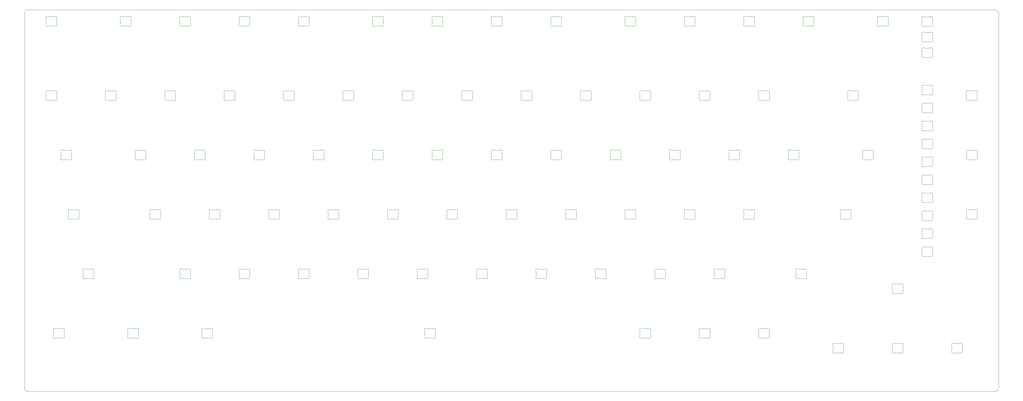
<source format=gbr>
%TF.GenerationSoftware,KiCad,Pcbnew,9.0.4*%
%TF.CreationDate,2025-10-15T10:28:25+01:00*%
%TF.ProjectId,SHEGO75-V2.2,53484547-4f37-4352-9d56-322e322e6b69,rev?*%
%TF.SameCoordinates,Original*%
%TF.FileFunction,Profile,NP*%
%FSLAX46Y46*%
G04 Gerber Fmt 4.6, Leading zero omitted, Abs format (unit mm)*
G04 Created by KiCad (PCBNEW 9.0.4) date 2025-10-15 10:28:25*
%MOMM*%
%LPD*%
G01*
G04 APERTURE LIST*
%TA.AperFunction,Profile*%
%ADD10C,0.050000*%
%TD*%
%TA.AperFunction,Profile*%
%ADD11C,0.100000*%
%TD*%
G04 APERTURE END LIST*
D10*
X30717944Y-151655732D02*
G75*
G02*
X29467868Y-150405732I-44J1250032D01*
G01*
X340756744Y-29319116D02*
G75*
G02*
X342006684Y-30569116I-44J-1249984D01*
G01*
X29467944Y-30569116D02*
G75*
G02*
X30717944Y-29319144I1249956J16D01*
G01*
X30717944Y-29319116D02*
X340756744Y-29319116D01*
X342006744Y-150405732D02*
G75*
G02*
X340756744Y-151655744I-1250044J32D01*
G01*
X340756744Y-151655732D02*
X30717944Y-151655732D01*
X29467944Y-150405732D02*
X29467944Y-30569116D01*
X342006744Y-30569116D02*
X342006744Y-150405732D01*
D11*
%TO.C,LED79*%
X288812501Y-138497841D02*
X288812501Y-137092157D01*
X289718048Y-136295000D02*
X291306953Y-136295000D01*
X291306952Y-139294999D02*
X289718048Y-139294999D01*
X292212499Y-137092157D02*
X292212499Y-138497841D01*
X288763016Y-136875279D02*
G75*
G02*
X288812476Y-137092157I-450516J-216821D01*
G01*
X288763016Y-136875279D02*
G75*
G02*
X289465789Y-136226700I450514J216879D01*
G01*
X288812501Y-138497842D02*
G75*
G02*
X288763016Y-138714720I-500361J82D01*
G01*
X289465789Y-139363296D02*
G75*
G02*
X288763019Y-138714722I-252259J431696D01*
G01*
X289465790Y-139363298D02*
G75*
G02*
X289718048Y-139294997I252270J-431732D01*
G01*
X289718047Y-136294999D02*
G75*
G02*
X289465789Y-136226700I3J500009D01*
G01*
X291306952Y-139294999D02*
G75*
G02*
X291559211Y-139363298I-2J-500009D01*
G01*
X291559211Y-136226702D02*
G75*
G02*
X291306953Y-136295000I-252255J431696D01*
G01*
X291559211Y-136226702D02*
G75*
G02*
X292261984Y-136875279I252259J-431699D01*
G01*
X292212499Y-137092156D02*
G75*
G02*
X292261984Y-136875279I499990J1D01*
G01*
X292261984Y-138714718D02*
G75*
G02*
X291559211Y-139363298I-450514J-216880D01*
G01*
X292261984Y-138714720D02*
G75*
G02*
X292212499Y-138497841I450505J216876D01*
G01*
%TO.C,LED59*%
X48306251Y-114685343D02*
X48306251Y-113279659D01*
X49211798Y-112482501D02*
X50800702Y-112482501D01*
X50800702Y-115482500D02*
X49211797Y-115482500D01*
X51706249Y-113279659D02*
X51706249Y-114685343D01*
X48256766Y-113062781D02*
G75*
G02*
X48306251Y-113279659I-450505J-216876D01*
G01*
X48256766Y-113062782D02*
G75*
G02*
X48959539Y-112414202I450514J216880D01*
G01*
X48306251Y-114685344D02*
G75*
G02*
X48256766Y-114902221I-499990J-1D01*
G01*
X48959539Y-115550799D02*
G75*
G02*
X48256765Y-114902221I-252259J431700D01*
G01*
X48959539Y-115550799D02*
G75*
G02*
X49211797Y-115482500I252261J-431710D01*
G01*
X49211798Y-112482501D02*
G75*
G02*
X48959539Y-112414202I2J500009D01*
G01*
X50800703Y-115482501D02*
G75*
G02*
X51052961Y-115550800I-3J-500009D01*
G01*
X51052960Y-112414202D02*
G75*
G02*
X50800702Y-112482500I-252260J431712D01*
G01*
X51052961Y-112414204D02*
G75*
G02*
X51755730Y-113062779I252259J-431696D01*
G01*
X51706249Y-113279658D02*
G75*
G02*
X51755733Y-113062781I500361J-82D01*
G01*
X51755734Y-114902221D02*
G75*
G02*
X51052961Y-115550800I-450514J-216879D01*
G01*
X51755734Y-114902221D02*
G75*
G02*
X51706274Y-114685343I450516J216821D01*
G01*
%TO.C,AMB4*%
X317387233Y-90297299D02*
X317387233Y-88891615D01*
X318292780Y-88094457D02*
X319881684Y-88094457D01*
X319881684Y-91094456D02*
X318292779Y-91094456D01*
X320787231Y-88891615D02*
X320787231Y-90297299D01*
X317337748Y-88674736D02*
G75*
G02*
X317387233Y-88891615I-450505J-216876D01*
G01*
X317337748Y-88674738D02*
G75*
G02*
X318040521Y-88026158I450514J216880D01*
G01*
X317387233Y-90297300D02*
G75*
G02*
X317337748Y-90514177I-499990J-1D01*
G01*
X318040521Y-91162754D02*
G75*
G02*
X317337748Y-90514177I-252259J431699D01*
G01*
X318040521Y-91162754D02*
G75*
G02*
X318292779Y-91094456I252255J-431696D01*
G01*
X318292780Y-88094457D02*
G75*
G02*
X318040521Y-88026158I2J500009D01*
G01*
X319881685Y-91094457D02*
G75*
G02*
X320133943Y-91162756I-3J-500009D01*
G01*
X320133942Y-88026158D02*
G75*
G02*
X319881684Y-88094459I-252270J431732D01*
G01*
X320133943Y-88026160D02*
G75*
G02*
X320836713Y-88674734I252259J-431696D01*
G01*
X320787231Y-88891614D02*
G75*
G02*
X320836716Y-88674736I500361J-82D01*
G01*
X320836716Y-90514177D02*
G75*
G02*
X320133943Y-91162756I-450514J-216879D01*
G01*
X320836716Y-90514177D02*
G75*
G02*
X320787256Y-90297299I450516J216821D01*
G01*
%TO.C,LED31*%
X64975001Y-76585343D02*
X64975001Y-75179659D01*
X65880548Y-74382501D02*
X67469452Y-74382501D01*
X67469452Y-77382500D02*
X65880547Y-77382500D01*
X68374999Y-75179659D02*
X68374999Y-76585343D01*
X64925516Y-74962781D02*
G75*
G02*
X64975001Y-75179659I-450505J-216876D01*
G01*
X64925516Y-74962782D02*
G75*
G02*
X65628289Y-74314202I450514J216880D01*
G01*
X64975001Y-76585344D02*
G75*
G02*
X64925516Y-76802221I-499990J-1D01*
G01*
X65628289Y-77450799D02*
G75*
G02*
X64925515Y-76802221I-252259J431700D01*
G01*
X65628289Y-77450799D02*
G75*
G02*
X65880547Y-77382500I252261J-431710D01*
G01*
X65880548Y-74382501D02*
G75*
G02*
X65628289Y-74314202I2J500009D01*
G01*
X67469453Y-77382501D02*
G75*
G02*
X67721711Y-77450800I-3J-500009D01*
G01*
X67721710Y-74314202D02*
G75*
G02*
X67469452Y-74382500I-252260J431712D01*
G01*
X67721711Y-74314204D02*
G75*
G02*
X68424480Y-74962779I252259J-431696D01*
G01*
X68374999Y-75179658D02*
G75*
G02*
X68424483Y-74962781I500361J-82D01*
G01*
X68424484Y-76802221D02*
G75*
G02*
X67721711Y-77450800I-450514J-216879D01*
G01*
X68424484Y-76802221D02*
G75*
G02*
X68375024Y-76585343I450516J216821D01*
G01*
%TO.C,LED67*%
X212612501Y-114685343D02*
X212612501Y-113279659D01*
X213518048Y-112482501D02*
X215106952Y-112482501D01*
X215106952Y-115482500D02*
X213518047Y-115482500D01*
X216012499Y-113279659D02*
X216012499Y-114685343D01*
X212563016Y-113062781D02*
G75*
G02*
X212612501Y-113279659I-450505J-216876D01*
G01*
X212563016Y-113062782D02*
G75*
G02*
X213265789Y-112414202I450514J216880D01*
G01*
X212612501Y-114685344D02*
G75*
G02*
X212563016Y-114902221I-499990J-1D01*
G01*
X213265789Y-115550799D02*
G75*
G02*
X212563015Y-114902221I-252259J431700D01*
G01*
X213265789Y-115550799D02*
G75*
G02*
X213518047Y-115482500I252261J-431710D01*
G01*
X213518048Y-112482501D02*
G75*
G02*
X213265789Y-112414202I2J500009D01*
G01*
X215106953Y-115482501D02*
G75*
G02*
X215359211Y-115550800I-3J-500009D01*
G01*
X215359210Y-112414202D02*
G75*
G02*
X215106952Y-112482500I-252260J431712D01*
G01*
X215359211Y-112414204D02*
G75*
G02*
X216061980Y-113062779I252259J-431696D01*
G01*
X216012499Y-113279658D02*
G75*
G02*
X216061983Y-113062781I500361J-82D01*
G01*
X216061984Y-114902221D02*
G75*
G02*
X215359211Y-115550800I-450514J-216879D01*
G01*
X216061984Y-114902221D02*
G75*
G02*
X216012524Y-114685343I450516J216821D01*
G01*
%TO.C,AMB10*%
X317387769Y-55769203D02*
X317387769Y-54363519D01*
X318293316Y-53566361D02*
X319882220Y-53566361D01*
X319882220Y-56566360D02*
X318293315Y-56566360D01*
X320787767Y-54363519D02*
X320787767Y-55769203D01*
X317338284Y-54146640D02*
G75*
G02*
X317387769Y-54363519I-450505J-216876D01*
G01*
X317338284Y-54146642D02*
G75*
G02*
X318041057Y-53498062I450514J216880D01*
G01*
X317387769Y-55769204D02*
G75*
G02*
X317338284Y-55986081I-499990J-1D01*
G01*
X318041057Y-56634658D02*
G75*
G02*
X317338284Y-55986081I-252259J431699D01*
G01*
X318041057Y-56634658D02*
G75*
G02*
X318293315Y-56566360I252255J-431696D01*
G01*
X318293316Y-53566361D02*
G75*
G02*
X318041057Y-53498062I2J500009D01*
G01*
X319882221Y-56566361D02*
G75*
G02*
X320134479Y-56634660I-3J-500009D01*
G01*
X320134478Y-53498062D02*
G75*
G02*
X319882220Y-53566363I-252270J431732D01*
G01*
X320134479Y-53498064D02*
G75*
G02*
X320837249Y-54146638I252259J-431696D01*
G01*
X320787767Y-54363518D02*
G75*
G02*
X320837252Y-54146640I500361J-82D01*
G01*
X320837252Y-55986081D02*
G75*
G02*
X320134479Y-56634660I-450514J-216879D01*
G01*
X320837252Y-55986081D02*
G75*
G02*
X320787792Y-55769203I450516J216821D01*
G01*
%TO.C,LED57*%
X291193751Y-95635341D02*
X291193751Y-94229657D01*
X292099298Y-93432500D02*
X293688203Y-93432500D01*
X293688202Y-96432499D02*
X292099298Y-96432499D01*
X294593749Y-94229657D02*
X294593749Y-95635341D01*
X291144266Y-94012779D02*
G75*
G02*
X291193726Y-94229657I-450516J-216821D01*
G01*
X291144266Y-94012779D02*
G75*
G02*
X291847039Y-93364200I450514J216879D01*
G01*
X291193751Y-95635342D02*
G75*
G02*
X291144266Y-95852220I-500361J82D01*
G01*
X291847039Y-96500796D02*
G75*
G02*
X291144269Y-95852222I-252259J431696D01*
G01*
X291847040Y-96500798D02*
G75*
G02*
X292099298Y-96432497I252270J-431732D01*
G01*
X292099297Y-93432499D02*
G75*
G02*
X291847039Y-93364200I3J500009D01*
G01*
X293688202Y-96432499D02*
G75*
G02*
X293940461Y-96500798I-2J-500009D01*
G01*
X293940461Y-93364202D02*
G75*
G02*
X293688203Y-93432500I-252255J431696D01*
G01*
X293940461Y-93364202D02*
G75*
G02*
X294643234Y-94012779I252259J-431699D01*
G01*
X294593749Y-94229656D02*
G75*
G02*
X294643234Y-94012779I499990J1D01*
G01*
X294643234Y-95852218D02*
G75*
G02*
X293940461Y-96500798I-450514J-216880D01*
G01*
X294643234Y-95852220D02*
G75*
G02*
X294593749Y-95635341I450505J216876D01*
G01*
%TO.C,LED64*%
X155462501Y-114685343D02*
X155462501Y-113279659D01*
X156368048Y-112482501D02*
X157956952Y-112482501D01*
X157956952Y-115482500D02*
X156368047Y-115482500D01*
X158862499Y-113279659D02*
X158862499Y-114685343D01*
X155413016Y-113062781D02*
G75*
G02*
X155462501Y-113279659I-450505J-216876D01*
G01*
X155413016Y-113062782D02*
G75*
G02*
X156115789Y-112414202I450514J216880D01*
G01*
X155462501Y-114685344D02*
G75*
G02*
X155413016Y-114902221I-499990J-1D01*
G01*
X156115789Y-115550799D02*
G75*
G02*
X155413015Y-114902221I-252259J431700D01*
G01*
X156115789Y-115550799D02*
G75*
G02*
X156368047Y-115482500I252261J-431710D01*
G01*
X156368048Y-112482501D02*
G75*
G02*
X156115789Y-112414202I2J500009D01*
G01*
X157956953Y-115482501D02*
G75*
G02*
X158209211Y-115550800I-3J-500009D01*
G01*
X158209210Y-112414202D02*
G75*
G02*
X157956952Y-112482500I-252260J431712D01*
G01*
X158209211Y-112414204D02*
G75*
G02*
X158911980Y-113062779I252259J-431696D01*
G01*
X158862499Y-113279658D02*
G75*
G02*
X158911983Y-113062781I500361J-82D01*
G01*
X158911984Y-114902221D02*
G75*
G02*
X158209211Y-115550800I-450514J-216879D01*
G01*
X158911984Y-114902221D02*
G75*
G02*
X158862524Y-114685343I450516J216821D01*
G01*
%TO.C,LED10*%
X222137501Y-33722843D02*
X222137501Y-32317159D01*
X223043048Y-31520001D02*
X224631952Y-31520001D01*
X224631952Y-34520000D02*
X223043047Y-34520000D01*
X225537499Y-32317159D02*
X225537499Y-33722843D01*
X222088016Y-32100281D02*
G75*
G02*
X222137501Y-32317159I-450505J-216876D01*
G01*
X222088016Y-32100282D02*
G75*
G02*
X222790789Y-31451702I450514J216880D01*
G01*
X222137501Y-33722844D02*
G75*
G02*
X222088016Y-33939721I-499990J-1D01*
G01*
X222790789Y-34588299D02*
G75*
G02*
X222088015Y-33939721I-252259J431700D01*
G01*
X222790789Y-34588299D02*
G75*
G02*
X223043047Y-34520000I252261J-431710D01*
G01*
X223043048Y-31520001D02*
G75*
G02*
X222790789Y-31451702I2J500009D01*
G01*
X224631953Y-34520001D02*
G75*
G02*
X224884211Y-34588300I-3J-500009D01*
G01*
X224884210Y-31451702D02*
G75*
G02*
X224631952Y-31520000I-252260J431712D01*
G01*
X224884211Y-31451704D02*
G75*
G02*
X225586980Y-32100279I252259J-431696D01*
G01*
X225537499Y-32317158D02*
G75*
G02*
X225586983Y-32100281I500361J-82D01*
G01*
X225586984Y-33939721D02*
G75*
G02*
X224884211Y-34588300I-450514J-216879D01*
G01*
X225586984Y-33939721D02*
G75*
G02*
X225537524Y-33722843I450516J216821D01*
G01*
%TO.C,LED65*%
X174512501Y-114685343D02*
X174512501Y-113279659D01*
X175418048Y-112482501D02*
X177006952Y-112482501D01*
X177006952Y-115482500D02*
X175418047Y-115482500D01*
X177912499Y-113279659D02*
X177912499Y-114685343D01*
X174463016Y-113062781D02*
G75*
G02*
X174512501Y-113279659I-450505J-216876D01*
G01*
X174463016Y-113062782D02*
G75*
G02*
X175165789Y-112414202I450514J216880D01*
G01*
X174512501Y-114685344D02*
G75*
G02*
X174463016Y-114902221I-499990J-1D01*
G01*
X175165789Y-115550799D02*
G75*
G02*
X174463015Y-114902221I-252259J431700D01*
G01*
X175165789Y-115550799D02*
G75*
G02*
X175418047Y-115482500I252261J-431710D01*
G01*
X175418048Y-112482501D02*
G75*
G02*
X175165789Y-112414202I2J500009D01*
G01*
X177006953Y-115482501D02*
G75*
G02*
X177259211Y-115550800I-3J-500009D01*
G01*
X177259210Y-112414202D02*
G75*
G02*
X177006952Y-112482500I-252260J431712D01*
G01*
X177259211Y-112414204D02*
G75*
G02*
X177961980Y-113062779I252259J-431696D01*
G01*
X177912499Y-113279658D02*
G75*
G02*
X177961983Y-113062781I500361J-82D01*
G01*
X177961984Y-114902221D02*
G75*
G02*
X177259211Y-115550800I-450514J-216879D01*
G01*
X177961984Y-114902221D02*
G75*
G02*
X177912524Y-114685343I450516J216821D01*
G01*
%TO.C,LED69*%
X250712501Y-114685343D02*
X250712501Y-113279659D01*
X251618048Y-112482501D02*
X253206952Y-112482501D01*
X253206952Y-115482500D02*
X251618047Y-115482500D01*
X254112499Y-113279659D02*
X254112499Y-114685343D01*
X250663016Y-113062781D02*
G75*
G02*
X250712501Y-113279659I-450505J-216876D01*
G01*
X250663016Y-113062782D02*
G75*
G02*
X251365789Y-112414202I450514J216880D01*
G01*
X250712501Y-114685344D02*
G75*
G02*
X250663016Y-114902221I-499990J-1D01*
G01*
X251365789Y-115550799D02*
G75*
G02*
X250663015Y-114902221I-252259J431700D01*
G01*
X251365789Y-115550799D02*
G75*
G02*
X251618047Y-115482500I252261J-431710D01*
G01*
X251618048Y-112482501D02*
G75*
G02*
X251365789Y-112414202I2J500009D01*
G01*
X253206953Y-115482501D02*
G75*
G02*
X253459211Y-115550800I-3J-500009D01*
G01*
X253459210Y-112414202D02*
G75*
G02*
X253206952Y-112482500I-252260J431712D01*
G01*
X253459211Y-112414204D02*
G75*
G02*
X254161980Y-113062779I252259J-431696D01*
G01*
X254112499Y-113279658D02*
G75*
G02*
X254161983Y-113062781I500361J-82D01*
G01*
X254161984Y-114902221D02*
G75*
G02*
X253459211Y-115550800I-450514J-216879D01*
G01*
X254161984Y-114902221D02*
G75*
G02*
X254112524Y-114685343I450516J216821D01*
G01*
%TO.C,LED37*%
X179275001Y-76585343D02*
X179275001Y-75179659D01*
X180180548Y-74382501D02*
X181769452Y-74382501D01*
X181769452Y-77382500D02*
X180180547Y-77382500D01*
X182674999Y-75179659D02*
X182674999Y-76585343D01*
X179225516Y-74962781D02*
G75*
G02*
X179275001Y-75179659I-450505J-216876D01*
G01*
X179225516Y-74962782D02*
G75*
G02*
X179928289Y-74314202I450514J216880D01*
G01*
X179275001Y-76585344D02*
G75*
G02*
X179225516Y-76802221I-499990J-1D01*
G01*
X179928289Y-77450799D02*
G75*
G02*
X179225515Y-76802221I-252259J431700D01*
G01*
X179928289Y-77450799D02*
G75*
G02*
X180180547Y-77382500I252261J-431710D01*
G01*
X180180548Y-74382501D02*
G75*
G02*
X179928289Y-74314202I2J500009D01*
G01*
X181769453Y-77382501D02*
G75*
G02*
X182021711Y-77450800I-3J-500009D01*
G01*
X182021710Y-74314202D02*
G75*
G02*
X181769452Y-74382500I-252260J431712D01*
G01*
X182021711Y-74314204D02*
G75*
G02*
X182724480Y-74962779I252259J-431696D01*
G01*
X182674999Y-75179658D02*
G75*
G02*
X182724483Y-74962781I500361J-82D01*
G01*
X182724484Y-76802221D02*
G75*
G02*
X182021711Y-77450800I-450514J-216879D01*
G01*
X182724484Y-76802221D02*
G75*
G02*
X182675024Y-76585343I450516J216821D01*
G01*
%TO.C,LED56*%
X260237501Y-95635341D02*
X260237501Y-94229657D01*
X261143048Y-93432500D02*
X262731953Y-93432500D01*
X262731952Y-96432499D02*
X261143048Y-96432499D01*
X263637499Y-94229657D02*
X263637499Y-95635341D01*
X260188016Y-94012779D02*
G75*
G02*
X260237476Y-94229657I-450516J-216821D01*
G01*
X260188016Y-94012779D02*
G75*
G02*
X260890789Y-93364200I450514J216879D01*
G01*
X260237501Y-95635342D02*
G75*
G02*
X260188016Y-95852220I-500361J82D01*
G01*
X260890789Y-96500796D02*
G75*
G02*
X260188019Y-95852222I-252259J431696D01*
G01*
X260890790Y-96500798D02*
G75*
G02*
X261143048Y-96432497I252270J-431732D01*
G01*
X261143047Y-93432499D02*
G75*
G02*
X260890789Y-93364200I3J500009D01*
G01*
X262731952Y-96432499D02*
G75*
G02*
X262984211Y-96500798I-2J-500009D01*
G01*
X262984211Y-93364202D02*
G75*
G02*
X262731953Y-93432500I-252255J431696D01*
G01*
X262984211Y-93364202D02*
G75*
G02*
X263686984Y-94012779I252259J-431699D01*
G01*
X263637499Y-94229656D02*
G75*
G02*
X263686984Y-94012779I499990J1D01*
G01*
X263686984Y-95852218D02*
G75*
G02*
X262984211Y-96500798I-450514J-216880D01*
G01*
X263686984Y-95852220D02*
G75*
G02*
X263637499Y-95635341I450505J216876D01*
G01*
%TO.C,AMB3*%
X317387233Y-96051982D02*
X317387233Y-94646298D01*
X318292780Y-93849140D02*
X319881684Y-93849140D01*
X319881684Y-96849139D02*
X318292779Y-96849139D01*
X320787231Y-94646298D02*
X320787231Y-96051982D01*
X317337748Y-94429419D02*
G75*
G02*
X317387233Y-94646298I-450505J-216876D01*
G01*
X317337748Y-94429421D02*
G75*
G02*
X318040521Y-93780841I450514J216880D01*
G01*
X317387233Y-96051983D02*
G75*
G02*
X317337748Y-96268860I-499990J-1D01*
G01*
X318040521Y-96917437D02*
G75*
G02*
X317337748Y-96268860I-252259J431699D01*
G01*
X318040521Y-96917437D02*
G75*
G02*
X318292779Y-96849139I252255J-431696D01*
G01*
X318292780Y-93849140D02*
G75*
G02*
X318040521Y-93780841I2J500009D01*
G01*
X319881685Y-96849140D02*
G75*
G02*
X320133943Y-96917439I-3J-500009D01*
G01*
X320133942Y-93780841D02*
G75*
G02*
X319881684Y-93849142I-252270J431732D01*
G01*
X320133943Y-93780843D02*
G75*
G02*
X320836713Y-94429417I252259J-431696D01*
G01*
X320787231Y-94646297D02*
G75*
G02*
X320836716Y-94429419I500361J-82D01*
G01*
X320836716Y-96268860D02*
G75*
G02*
X320133943Y-96917439I-450514J-216879D01*
G01*
X320836716Y-96268860D02*
G75*
G02*
X320787256Y-96051982I450516J216821D01*
G01*
%TO.C,LED80*%
X307862501Y-138497841D02*
X307862501Y-137092157D01*
X308768048Y-136295000D02*
X310356953Y-136295000D01*
X310356952Y-139294999D02*
X308768048Y-139294999D01*
X311262499Y-137092157D02*
X311262499Y-138497841D01*
X307813016Y-136875279D02*
G75*
G02*
X307862476Y-137092157I-450516J-216821D01*
G01*
X307813016Y-136875279D02*
G75*
G02*
X308515789Y-136226700I450514J216879D01*
G01*
X307862501Y-138497842D02*
G75*
G02*
X307813016Y-138714720I-500361J82D01*
G01*
X308515789Y-139363296D02*
G75*
G02*
X307813019Y-138714722I-252259J431696D01*
G01*
X308515790Y-139363298D02*
G75*
G02*
X308768048Y-139294997I252270J-431732D01*
G01*
X308768047Y-136294999D02*
G75*
G02*
X308515789Y-136226700I3J500009D01*
G01*
X310356952Y-139294999D02*
G75*
G02*
X310609211Y-139363298I-2J-500009D01*
G01*
X310609211Y-136226702D02*
G75*
G02*
X310356953Y-136295000I-252255J431696D01*
G01*
X310609211Y-136226702D02*
G75*
G02*
X311311984Y-136875279I252259J-431699D01*
G01*
X311262499Y-137092156D02*
G75*
G02*
X311311984Y-136875279I499990J1D01*
G01*
X311311984Y-138714718D02*
G75*
G02*
X310609211Y-139363298I-450514J-216880D01*
G01*
X311311984Y-138714720D02*
G75*
G02*
X311262499Y-138497841I450505J216876D01*
G01*
%TO.C,LED42*%
X274525001Y-76585343D02*
X274525001Y-75179659D01*
X275430548Y-74382501D02*
X277019452Y-74382501D01*
X277019452Y-77382500D02*
X275430547Y-77382500D01*
X277924999Y-75179659D02*
X277924999Y-76585343D01*
X274475516Y-74962781D02*
G75*
G02*
X274525001Y-75179659I-450505J-216876D01*
G01*
X274475516Y-74962782D02*
G75*
G02*
X275178289Y-74314202I450514J216880D01*
G01*
X274525001Y-76585344D02*
G75*
G02*
X274475516Y-76802221I-499990J-1D01*
G01*
X275178289Y-77450799D02*
G75*
G02*
X274475515Y-76802221I-252259J431700D01*
G01*
X275178289Y-77450799D02*
G75*
G02*
X275430547Y-77382500I252261J-431710D01*
G01*
X275430548Y-74382501D02*
G75*
G02*
X275178289Y-74314202I2J500009D01*
G01*
X277019453Y-77382501D02*
G75*
G02*
X277271711Y-77450800I-3J-500009D01*
G01*
X277271710Y-74314202D02*
G75*
G02*
X277019452Y-74382500I-252260J431712D01*
G01*
X277271711Y-74314204D02*
G75*
G02*
X277974480Y-74962779I252259J-431696D01*
G01*
X277924999Y-75179658D02*
G75*
G02*
X277974483Y-74962781I500361J-82D01*
G01*
X277974484Y-76802221D02*
G75*
G02*
X277271711Y-77450800I-450514J-216879D01*
G01*
X277974484Y-76802221D02*
G75*
G02*
X277925024Y-76585343I450516J216821D01*
G01*
%TO.C,LED55*%
X241187501Y-95635341D02*
X241187501Y-94229657D01*
X242093048Y-93432500D02*
X243681953Y-93432500D01*
X243681952Y-96432499D02*
X242093048Y-96432499D01*
X244587499Y-94229657D02*
X244587499Y-95635341D01*
X241138016Y-94012779D02*
G75*
G02*
X241187476Y-94229657I-450516J-216821D01*
G01*
X241138016Y-94012779D02*
G75*
G02*
X241840789Y-93364200I450514J216879D01*
G01*
X241187501Y-95635342D02*
G75*
G02*
X241138016Y-95852220I-500361J82D01*
G01*
X241840789Y-96500796D02*
G75*
G02*
X241138019Y-95852222I-252259J431696D01*
G01*
X241840790Y-96500798D02*
G75*
G02*
X242093048Y-96432497I252270J-431732D01*
G01*
X242093047Y-93432499D02*
G75*
G02*
X241840789Y-93364200I3J500009D01*
G01*
X243681952Y-96432499D02*
G75*
G02*
X243934211Y-96500798I-2J-500009D01*
G01*
X243934211Y-93364202D02*
G75*
G02*
X243681953Y-93432500I-252255J431696D01*
G01*
X243934211Y-93364202D02*
G75*
G02*
X244636984Y-94012779I252259J-431699D01*
G01*
X244587499Y-94229656D02*
G75*
G02*
X244636984Y-94012779I499990J1D01*
G01*
X244636984Y-95852218D02*
G75*
G02*
X243934211Y-96500798I-450514J-216880D01*
G01*
X244636984Y-95852220D02*
G75*
G02*
X244587499Y-95635341I450505J216876D01*
G01*
%TO.C,LED47*%
X88787501Y-95635341D02*
X88787501Y-94229657D01*
X89693048Y-93432500D02*
X91281953Y-93432500D01*
X91281952Y-96432499D02*
X89693048Y-96432499D01*
X92187499Y-94229657D02*
X92187499Y-95635341D01*
X88738016Y-94012779D02*
G75*
G02*
X88787476Y-94229657I-450516J-216821D01*
G01*
X88738016Y-94012779D02*
G75*
G02*
X89440789Y-93364200I450514J216879D01*
G01*
X88787501Y-95635342D02*
G75*
G02*
X88738016Y-95852220I-500361J82D01*
G01*
X89440789Y-96500796D02*
G75*
G02*
X88738019Y-95852222I-252259J431696D01*
G01*
X89440790Y-96500798D02*
G75*
G02*
X89693048Y-96432497I252270J-431732D01*
G01*
X89693047Y-93432499D02*
G75*
G02*
X89440789Y-93364200I3J500009D01*
G01*
X91281952Y-96432499D02*
G75*
G02*
X91534211Y-96500798I-2J-500009D01*
G01*
X91534211Y-93364202D02*
G75*
G02*
X91281953Y-93432500I-252255J431696D01*
G01*
X91534211Y-93364202D02*
G75*
G02*
X92236984Y-94012779I252259J-431699D01*
G01*
X92187499Y-94229656D02*
G75*
G02*
X92236984Y-94012779I499990J1D01*
G01*
X92236984Y-95852218D02*
G75*
G02*
X91534211Y-96500798I-450514J-216880D01*
G01*
X92236984Y-95852220D02*
G75*
G02*
X92187499Y-95635341I450505J216876D01*
G01*
%TO.C,LED62*%
X117362501Y-114685343D02*
X117362501Y-113279659D01*
X118268048Y-112482501D02*
X119856952Y-112482501D01*
X119856952Y-115482500D02*
X118268047Y-115482500D01*
X120762499Y-113279659D02*
X120762499Y-114685343D01*
X117313016Y-113062781D02*
G75*
G02*
X117362501Y-113279659I-450505J-216876D01*
G01*
X117313016Y-113062782D02*
G75*
G02*
X118015789Y-112414202I450514J216880D01*
G01*
X117362501Y-114685344D02*
G75*
G02*
X117313016Y-114902221I-499990J-1D01*
G01*
X118015789Y-115550799D02*
G75*
G02*
X117313015Y-114902221I-252259J431700D01*
G01*
X118015789Y-115550799D02*
G75*
G02*
X118268047Y-115482500I252261J-431710D01*
G01*
X118268048Y-112482501D02*
G75*
G02*
X118015789Y-112414202I2J500009D01*
G01*
X119856953Y-115482501D02*
G75*
G02*
X120109211Y-115550800I-3J-500009D01*
G01*
X120109210Y-112414202D02*
G75*
G02*
X119856952Y-112482500I-252260J431712D01*
G01*
X120109211Y-112414204D02*
G75*
G02*
X120811980Y-113062779I252259J-431696D01*
G01*
X120762499Y-113279658D02*
G75*
G02*
X120811983Y-113062781I500361J-82D01*
G01*
X120811984Y-114902221D02*
G75*
G02*
X120109211Y-115550800I-450514J-216879D01*
G01*
X120811984Y-114902221D02*
G75*
G02*
X120762524Y-114685343I450516J216821D01*
G01*
%TO.C,LED5*%
X117362501Y-33722843D02*
X117362501Y-32317159D01*
X118268048Y-31520001D02*
X119856952Y-31520001D01*
X119856952Y-34520000D02*
X118268047Y-34520000D01*
X120762499Y-32317159D02*
X120762499Y-33722843D01*
X117313016Y-32100281D02*
G75*
G02*
X117362501Y-32317159I-450505J-216876D01*
G01*
X117313016Y-32100282D02*
G75*
G02*
X118015789Y-31451702I450514J216880D01*
G01*
X117362501Y-33722844D02*
G75*
G02*
X117313016Y-33939721I-499990J-1D01*
G01*
X118015789Y-34588299D02*
G75*
G02*
X117313015Y-33939721I-252259J431700D01*
G01*
X118015789Y-34588299D02*
G75*
G02*
X118268047Y-34520000I252261J-431710D01*
G01*
X118268048Y-31520001D02*
G75*
G02*
X118015789Y-31451702I2J500009D01*
G01*
X119856953Y-34520001D02*
G75*
G02*
X120109211Y-34588300I-3J-500009D01*
G01*
X120109210Y-31451702D02*
G75*
G02*
X119856952Y-31520000I-252260J431712D01*
G01*
X120109211Y-31451704D02*
G75*
G02*
X120811980Y-32100279I252259J-431696D01*
G01*
X120762499Y-32317158D02*
G75*
G02*
X120811983Y-32100281I500361J-82D01*
G01*
X120811984Y-33939721D02*
G75*
G02*
X120109211Y-34588300I-450514J-216879D01*
G01*
X120811984Y-33939721D02*
G75*
G02*
X120762524Y-33722843I450516J216821D01*
G01*
%TO.C,LED17*%
X74500001Y-57535341D02*
X74500001Y-56129657D01*
X75405548Y-55332500D02*
X76994453Y-55332500D01*
X76994452Y-58332499D02*
X75405548Y-58332499D01*
X77899999Y-56129657D02*
X77899999Y-57535341D01*
X74450516Y-55912779D02*
G75*
G02*
X74499976Y-56129657I-450516J-216821D01*
G01*
X74450516Y-55912779D02*
G75*
G02*
X75153289Y-55264200I450514J216879D01*
G01*
X74500001Y-57535342D02*
G75*
G02*
X74450516Y-57752220I-500361J82D01*
G01*
X75153289Y-58400796D02*
G75*
G02*
X74450519Y-57752222I-252259J431696D01*
G01*
X75153290Y-58400798D02*
G75*
G02*
X75405548Y-58332497I252270J-431732D01*
G01*
X75405547Y-55332499D02*
G75*
G02*
X75153289Y-55264200I3J500009D01*
G01*
X76994452Y-58332499D02*
G75*
G02*
X77246711Y-58400798I-2J-500009D01*
G01*
X77246711Y-55264202D02*
G75*
G02*
X76994453Y-55332500I-252255J431696D01*
G01*
X77246711Y-55264202D02*
G75*
G02*
X77949484Y-55912779I252259J-431699D01*
G01*
X77899999Y-56129656D02*
G75*
G02*
X77949484Y-55912779I499990J1D01*
G01*
X77949484Y-57752218D02*
G75*
G02*
X77246711Y-58400798I-450514J-216880D01*
G01*
X77949484Y-57752220D02*
G75*
G02*
X77899999Y-57535341I450505J216876D01*
G01*
%TO.C,LED19*%
X112600001Y-57535341D02*
X112600001Y-56129657D01*
X113505548Y-55332500D02*
X115094453Y-55332500D01*
X115094452Y-58332499D02*
X113505548Y-58332499D01*
X115999999Y-56129657D02*
X115999999Y-57535341D01*
X112550516Y-55912779D02*
G75*
G02*
X112599976Y-56129657I-450516J-216821D01*
G01*
X112550516Y-55912779D02*
G75*
G02*
X113253289Y-55264200I450514J216879D01*
G01*
X112600001Y-57535342D02*
G75*
G02*
X112550516Y-57752220I-500361J82D01*
G01*
X113253289Y-58400796D02*
G75*
G02*
X112550519Y-57752222I-252259J431696D01*
G01*
X113253290Y-58400798D02*
G75*
G02*
X113505548Y-58332497I252270J-431732D01*
G01*
X113505547Y-55332499D02*
G75*
G02*
X113253289Y-55264200I3J500009D01*
G01*
X115094452Y-58332499D02*
G75*
G02*
X115346711Y-58400798I-2J-500009D01*
G01*
X115346711Y-55264202D02*
G75*
G02*
X115094453Y-55332500I-252255J431696D01*
G01*
X115346711Y-55264202D02*
G75*
G02*
X116049484Y-55912779I252259J-431699D01*
G01*
X115999999Y-56129656D02*
G75*
G02*
X116049484Y-55912779I499990J1D01*
G01*
X116049484Y-57752218D02*
G75*
G02*
X115346711Y-58400798I-450514J-216880D01*
G01*
X116049484Y-57752220D02*
G75*
G02*
X115999999Y-57535341I450505J216876D01*
G01*
%TO.C,LED72*%
X38781251Y-133735341D02*
X38781251Y-132329657D01*
X39686798Y-131532500D02*
X41275703Y-131532500D01*
X41275702Y-134532499D02*
X39686798Y-134532499D01*
X42181249Y-132329657D02*
X42181249Y-133735341D01*
X38731766Y-132112779D02*
G75*
G02*
X38781226Y-132329657I-450516J-216821D01*
G01*
X38731766Y-132112779D02*
G75*
G02*
X39434539Y-131464200I450514J216879D01*
G01*
X38781251Y-133735342D02*
G75*
G02*
X38731766Y-133952220I-500361J82D01*
G01*
X39434539Y-134600796D02*
G75*
G02*
X38731769Y-133952222I-252259J431696D01*
G01*
X39434540Y-134600798D02*
G75*
G02*
X39686798Y-134532497I252270J-431732D01*
G01*
X39686797Y-131532499D02*
G75*
G02*
X39434539Y-131464200I3J500009D01*
G01*
X41275702Y-134532499D02*
G75*
G02*
X41527961Y-134600798I-2J-500009D01*
G01*
X41527961Y-131464202D02*
G75*
G02*
X41275703Y-131532500I-252255J431696D01*
G01*
X41527961Y-131464202D02*
G75*
G02*
X42230734Y-132112779I252259J-431699D01*
G01*
X42181249Y-132329656D02*
G75*
G02*
X42230734Y-132112779I499990J1D01*
G01*
X42230734Y-133952218D02*
G75*
G02*
X41527961Y-134600798I-450514J-216880D01*
G01*
X42230734Y-133952220D02*
G75*
G02*
X42181249Y-133735341I450505J216876D01*
G01*
%TO.C,LED68*%
X231662501Y-114685343D02*
X231662501Y-113279659D01*
X232568048Y-112482501D02*
X234156952Y-112482501D01*
X234156952Y-115482500D02*
X232568047Y-115482500D01*
X235062499Y-113279659D02*
X235062499Y-114685343D01*
X231613016Y-113062781D02*
G75*
G02*
X231662501Y-113279659I-450505J-216876D01*
G01*
X231613016Y-113062782D02*
G75*
G02*
X232315789Y-112414202I450514J216880D01*
G01*
X231662501Y-114685344D02*
G75*
G02*
X231613016Y-114902221I-499990J-1D01*
G01*
X232315789Y-115550799D02*
G75*
G02*
X231613015Y-114902221I-252259J431700D01*
G01*
X232315789Y-115550799D02*
G75*
G02*
X232568047Y-115482500I252261J-431710D01*
G01*
X232568048Y-112482501D02*
G75*
G02*
X232315789Y-112414202I2J500009D01*
G01*
X234156953Y-115482501D02*
G75*
G02*
X234409211Y-115550800I-3J-500009D01*
G01*
X234409210Y-112414202D02*
G75*
G02*
X234156952Y-112482500I-252260J431712D01*
G01*
X234409211Y-112414204D02*
G75*
G02*
X235111980Y-113062779I252259J-431696D01*
G01*
X235062499Y-113279658D02*
G75*
G02*
X235111983Y-113062781I500361J-82D01*
G01*
X235111984Y-114902221D02*
G75*
G02*
X234409211Y-115550800I-450514J-216879D01*
G01*
X235111984Y-114902221D02*
G75*
G02*
X235062524Y-114685343I450516J216821D01*
G01*
%TO.C,LED73*%
X62593751Y-133735341D02*
X62593751Y-132329657D01*
X63499298Y-131532500D02*
X65088203Y-131532500D01*
X65088202Y-134532499D02*
X63499298Y-134532499D01*
X65993749Y-132329657D02*
X65993749Y-133735341D01*
X62544266Y-132112779D02*
G75*
G02*
X62593726Y-132329657I-450516J-216821D01*
G01*
X62544266Y-132112779D02*
G75*
G02*
X63247039Y-131464200I450514J216879D01*
G01*
X62593751Y-133735342D02*
G75*
G02*
X62544266Y-133952220I-500361J82D01*
G01*
X63247039Y-134600796D02*
G75*
G02*
X62544269Y-133952222I-252259J431696D01*
G01*
X63247040Y-134600798D02*
G75*
G02*
X63499298Y-134532497I252270J-431732D01*
G01*
X63499297Y-131532499D02*
G75*
G02*
X63247039Y-131464200I3J500009D01*
G01*
X65088202Y-134532499D02*
G75*
G02*
X65340461Y-134600798I-2J-500009D01*
G01*
X65340461Y-131464202D02*
G75*
G02*
X65088203Y-131532500I-252255J431696D01*
G01*
X65340461Y-131464202D02*
G75*
G02*
X66043234Y-132112779I252259J-431699D01*
G01*
X65993749Y-132329656D02*
G75*
G02*
X66043234Y-132112779I499990J1D01*
G01*
X66043234Y-133952218D02*
G75*
G02*
X65340461Y-134600798I-450514J-216880D01*
G01*
X66043234Y-133952220D02*
G75*
G02*
X65993749Y-133735341I450505J216876D01*
G01*
%TO.C,LED26*%
X245950001Y-57535341D02*
X245950001Y-56129657D01*
X246855548Y-55332500D02*
X248444453Y-55332500D01*
X248444452Y-58332499D02*
X246855548Y-58332499D01*
X249349999Y-56129657D02*
X249349999Y-57535341D01*
X245900516Y-55912779D02*
G75*
G02*
X245949976Y-56129657I-450516J-216821D01*
G01*
X245900516Y-55912779D02*
G75*
G02*
X246603289Y-55264200I450514J216879D01*
G01*
X245950001Y-57535342D02*
G75*
G02*
X245900516Y-57752220I-500361J82D01*
G01*
X246603289Y-58400796D02*
G75*
G02*
X245900519Y-57752222I-252259J431696D01*
G01*
X246603290Y-58400798D02*
G75*
G02*
X246855548Y-58332497I252270J-431732D01*
G01*
X246855547Y-55332499D02*
G75*
G02*
X246603289Y-55264200I3J500009D01*
G01*
X248444452Y-58332499D02*
G75*
G02*
X248696711Y-58400798I-2J-500009D01*
G01*
X248696711Y-55264202D02*
G75*
G02*
X248444453Y-55332500I-252255J431696D01*
G01*
X248696711Y-55264202D02*
G75*
G02*
X249399484Y-55912779I252259J-431699D01*
G01*
X249349999Y-56129656D02*
G75*
G02*
X249399484Y-55912779I499990J1D01*
G01*
X249399484Y-57752218D02*
G75*
G02*
X248696711Y-58400798I-450514J-216880D01*
G01*
X249399484Y-57752220D02*
G75*
G02*
X249349999Y-57535341I450505J216876D01*
G01*
%TO.C,LED39*%
X217375001Y-76585343D02*
X217375001Y-75179659D01*
X218280548Y-74382501D02*
X219869452Y-74382501D01*
X219869452Y-77382500D02*
X218280547Y-77382500D01*
X220774999Y-75179659D02*
X220774999Y-76585343D01*
X217325516Y-74962781D02*
G75*
G02*
X217375001Y-75179659I-450505J-216876D01*
G01*
X217325516Y-74962782D02*
G75*
G02*
X218028289Y-74314202I450514J216880D01*
G01*
X217375001Y-76585344D02*
G75*
G02*
X217325516Y-76802221I-499990J-1D01*
G01*
X218028289Y-77450799D02*
G75*
G02*
X217325515Y-76802221I-252259J431700D01*
G01*
X218028289Y-77450799D02*
G75*
G02*
X218280547Y-77382500I252261J-431710D01*
G01*
X218280548Y-74382501D02*
G75*
G02*
X218028289Y-74314202I2J500009D01*
G01*
X219869453Y-77382501D02*
G75*
G02*
X220121711Y-77450800I-3J-500009D01*
G01*
X220121710Y-74314202D02*
G75*
G02*
X219869452Y-74382500I-252260J431712D01*
G01*
X220121711Y-74314204D02*
G75*
G02*
X220824480Y-74962779I252259J-431696D01*
G01*
X220774999Y-75179658D02*
G75*
G02*
X220824483Y-74962781I500361J-82D01*
G01*
X220824484Y-76802221D02*
G75*
G02*
X220121711Y-77450800I-450514J-216879D01*
G01*
X220824484Y-76802221D02*
G75*
G02*
X220775024Y-76585343I450516J216821D01*
G01*
%TO.C,LED76*%
X226900001Y-133735341D02*
X226900001Y-132329657D01*
X227805548Y-131532500D02*
X229394453Y-131532500D01*
X229394452Y-134532499D02*
X227805548Y-134532499D01*
X230299999Y-132329657D02*
X230299999Y-133735341D01*
X226850516Y-132112779D02*
G75*
G02*
X226899976Y-132329657I-450516J-216821D01*
G01*
X226850516Y-132112779D02*
G75*
G02*
X227553289Y-131464200I450514J216879D01*
G01*
X226900001Y-133735342D02*
G75*
G02*
X226850516Y-133952220I-500361J82D01*
G01*
X227553289Y-134600796D02*
G75*
G02*
X226850519Y-133952222I-252259J431696D01*
G01*
X227553290Y-134600798D02*
G75*
G02*
X227805548Y-134532497I252270J-431732D01*
G01*
X227805547Y-131532499D02*
G75*
G02*
X227553289Y-131464200I3J500009D01*
G01*
X229394452Y-134532499D02*
G75*
G02*
X229646711Y-134600798I-2J-500009D01*
G01*
X229646711Y-131464202D02*
G75*
G02*
X229394453Y-131532500I-252255J431696D01*
G01*
X229646711Y-131464202D02*
G75*
G02*
X230349484Y-132112779I252259J-431699D01*
G01*
X230299999Y-132329656D02*
G75*
G02*
X230349484Y-132112779I499990J1D01*
G01*
X230349484Y-133952218D02*
G75*
G02*
X229646711Y-134600798I-450514J-216880D01*
G01*
X230349484Y-133952220D02*
G75*
G02*
X230299999Y-133735341I450505J216876D01*
G01*
%TO.C,LED18*%
X93550001Y-57535341D02*
X93550001Y-56129657D01*
X94455548Y-55332500D02*
X96044453Y-55332500D01*
X96044452Y-58332499D02*
X94455548Y-58332499D01*
X96949999Y-56129657D02*
X96949999Y-57535341D01*
X93500516Y-55912779D02*
G75*
G02*
X93549976Y-56129657I-450516J-216821D01*
G01*
X93500516Y-55912779D02*
G75*
G02*
X94203289Y-55264200I450514J216879D01*
G01*
X93550001Y-57535342D02*
G75*
G02*
X93500516Y-57752220I-500361J82D01*
G01*
X94203289Y-58400796D02*
G75*
G02*
X93500519Y-57752222I-252259J431696D01*
G01*
X94203290Y-58400798D02*
G75*
G02*
X94455548Y-58332497I252270J-431732D01*
G01*
X94455547Y-55332499D02*
G75*
G02*
X94203289Y-55264200I3J500009D01*
G01*
X96044452Y-58332499D02*
G75*
G02*
X96296711Y-58400798I-2J-500009D01*
G01*
X96296711Y-55264202D02*
G75*
G02*
X96044453Y-55332500I-252255J431696D01*
G01*
X96296711Y-55264202D02*
G75*
G02*
X96999484Y-55912779I252259J-431699D01*
G01*
X96949999Y-56129656D02*
G75*
G02*
X96999484Y-55912779I499990J1D01*
G01*
X96999484Y-57752218D02*
G75*
G02*
X96296711Y-58400798I-450514J-216880D01*
G01*
X96999484Y-57752220D02*
G75*
G02*
X96949999Y-57535341I450505J216876D01*
G01*
%TO.C,LED14*%
X303100001Y-33722843D02*
X303100001Y-32317159D01*
X304005548Y-31520001D02*
X305594452Y-31520001D01*
X305594452Y-34520000D02*
X304005547Y-34520000D01*
X306499999Y-32317159D02*
X306499999Y-33722843D01*
X303050516Y-32100281D02*
G75*
G02*
X303100001Y-32317159I-450505J-216876D01*
G01*
X303050516Y-32100282D02*
G75*
G02*
X303753289Y-31451702I450514J216880D01*
G01*
X303100001Y-33722844D02*
G75*
G02*
X303050516Y-33939721I-499990J-1D01*
G01*
X303753289Y-34588299D02*
G75*
G02*
X303050515Y-33939721I-252259J431700D01*
G01*
X303753289Y-34588299D02*
G75*
G02*
X304005547Y-34520000I252261J-431710D01*
G01*
X304005548Y-31520001D02*
G75*
G02*
X303753289Y-31451702I2J500009D01*
G01*
X305594453Y-34520001D02*
G75*
G02*
X305846711Y-34588300I-3J-500009D01*
G01*
X305846710Y-31451702D02*
G75*
G02*
X305594452Y-31520000I-252260J431712D01*
G01*
X305846711Y-31451704D02*
G75*
G02*
X306549480Y-32100279I252259J-431696D01*
G01*
X306499999Y-32317158D02*
G75*
G02*
X306549483Y-32100281I500361J-82D01*
G01*
X306549484Y-33939721D02*
G75*
G02*
X305846711Y-34588300I-450514J-216879D01*
G01*
X306549484Y-33939721D02*
G75*
G02*
X306500024Y-33722843I450516J216821D01*
G01*
%TO.C,LED4*%
X98312501Y-33722843D02*
X98312501Y-32317159D01*
X99218048Y-31520001D02*
X100806952Y-31520001D01*
X100806952Y-34520000D02*
X99218047Y-34520000D01*
X101712499Y-32317159D02*
X101712499Y-33722843D01*
X98263016Y-32100281D02*
G75*
G02*
X98312501Y-32317159I-450505J-216876D01*
G01*
X98263016Y-32100282D02*
G75*
G02*
X98965789Y-31451702I450514J216880D01*
G01*
X98312501Y-33722844D02*
G75*
G02*
X98263016Y-33939721I-499990J-1D01*
G01*
X98965789Y-34588299D02*
G75*
G02*
X98263015Y-33939721I-252259J431700D01*
G01*
X98965789Y-34588299D02*
G75*
G02*
X99218047Y-34520000I252261J-431710D01*
G01*
X99218048Y-31520001D02*
G75*
G02*
X98965789Y-31451702I2J500009D01*
G01*
X100806953Y-34520001D02*
G75*
G02*
X101059211Y-34588300I-3J-500009D01*
G01*
X101059210Y-31451702D02*
G75*
G02*
X100806952Y-31520000I-252260J431712D01*
G01*
X101059211Y-31451704D02*
G75*
G02*
X101761980Y-32100279I252259J-431696D01*
G01*
X101712499Y-32317158D02*
G75*
G02*
X101761983Y-32100281I500361J-82D01*
G01*
X101761984Y-33939721D02*
G75*
G02*
X101059211Y-34588300I-450514J-216879D01*
G01*
X101761984Y-33939721D02*
G75*
G02*
X101712524Y-33722843I450516J216821D01*
G01*
%TO.C,GLO2*%
X317387233Y-38802811D02*
X317387233Y-37397127D01*
X318292780Y-36599969D02*
X319881684Y-36599969D01*
X319881684Y-39599968D02*
X318292779Y-39599968D01*
X320787231Y-37397127D02*
X320787231Y-38802811D01*
X317337748Y-37180249D02*
G75*
G02*
X317387233Y-37397127I-450505J-216876D01*
G01*
X317337748Y-37180250D02*
G75*
G02*
X318040521Y-36531670I450514J216880D01*
G01*
X317387233Y-38802812D02*
G75*
G02*
X317337748Y-39019689I-499990J-1D01*
G01*
X318040521Y-39668267D02*
G75*
G02*
X317337747Y-39019689I-252259J431700D01*
G01*
X318040521Y-39668267D02*
G75*
G02*
X318292779Y-39599968I252261J-431710D01*
G01*
X318292780Y-36599969D02*
G75*
G02*
X318040521Y-36531670I2J500009D01*
G01*
X319881685Y-39599969D02*
G75*
G02*
X320133943Y-39668268I-3J-500009D01*
G01*
X320133942Y-36531670D02*
G75*
G02*
X319881684Y-36599968I-252260J431712D01*
G01*
X320133943Y-36531672D02*
G75*
G02*
X320836712Y-37180247I252259J-431696D01*
G01*
X320787231Y-37397126D02*
G75*
G02*
X320836715Y-37180249I500361J-82D01*
G01*
X320836716Y-39019689D02*
G75*
G02*
X320133943Y-39668268I-450514J-216879D01*
G01*
X320836716Y-39019689D02*
G75*
G02*
X320787256Y-38802811I450516J216821D01*
G01*
%TO.C,LED66*%
X193562501Y-114685343D02*
X193562501Y-113279659D01*
X194468048Y-112482501D02*
X196056952Y-112482501D01*
X196056952Y-115482500D02*
X194468047Y-115482500D01*
X196962499Y-113279659D02*
X196962499Y-114685343D01*
X193513016Y-113062781D02*
G75*
G02*
X193562501Y-113279659I-450505J-216876D01*
G01*
X193513016Y-113062782D02*
G75*
G02*
X194215789Y-112414202I450514J216880D01*
G01*
X193562501Y-114685344D02*
G75*
G02*
X193513016Y-114902221I-499990J-1D01*
G01*
X194215789Y-115550799D02*
G75*
G02*
X193513015Y-114902221I-252259J431700D01*
G01*
X194215789Y-115550799D02*
G75*
G02*
X194468047Y-115482500I252261J-431710D01*
G01*
X194468048Y-112482501D02*
G75*
G02*
X194215789Y-112414202I2J500009D01*
G01*
X196056953Y-115482501D02*
G75*
G02*
X196309211Y-115550800I-3J-500009D01*
G01*
X196309210Y-112414202D02*
G75*
G02*
X196056952Y-112482500I-252260J431712D01*
G01*
X196309211Y-112414204D02*
G75*
G02*
X197011980Y-113062779I252259J-431696D01*
G01*
X196962499Y-113279658D02*
G75*
G02*
X197011983Y-113062781I500361J-82D01*
G01*
X197011984Y-114902221D02*
G75*
G02*
X196309211Y-115550800I-450514J-216879D01*
G01*
X197011984Y-114902221D02*
G75*
G02*
X196962524Y-114685343I450516J216821D01*
G01*
%TO.C,LED75*%
X157843751Y-133735341D02*
X157843751Y-132329657D01*
X158749298Y-131532500D02*
X160338203Y-131532500D01*
X160338202Y-134532499D02*
X158749298Y-134532499D01*
X161243749Y-132329657D02*
X161243749Y-133735341D01*
X157794266Y-132112779D02*
G75*
G02*
X157843726Y-132329657I-450516J-216821D01*
G01*
X157794266Y-132112779D02*
G75*
G02*
X158497039Y-131464200I450514J216879D01*
G01*
X157843751Y-133735342D02*
G75*
G02*
X157794266Y-133952220I-500361J82D01*
G01*
X158497039Y-134600796D02*
G75*
G02*
X157794269Y-133952222I-252259J431696D01*
G01*
X158497040Y-134600798D02*
G75*
G02*
X158749298Y-134532497I252270J-431732D01*
G01*
X158749297Y-131532499D02*
G75*
G02*
X158497039Y-131464200I3J500009D01*
G01*
X160338202Y-134532499D02*
G75*
G02*
X160590461Y-134600798I-2J-500009D01*
G01*
X160590461Y-131464202D02*
G75*
G02*
X160338203Y-131532500I-252255J431696D01*
G01*
X160590461Y-131464202D02*
G75*
G02*
X161293234Y-132112779I252259J-431699D01*
G01*
X161243749Y-132329656D02*
G75*
G02*
X161293234Y-132112779I499990J1D01*
G01*
X161293234Y-133952218D02*
G75*
G02*
X160590461Y-134600798I-450514J-216880D01*
G01*
X161293234Y-133952220D02*
G75*
G02*
X161243749Y-133735341I450505J216876D01*
G01*
%TO.C,LED27*%
X265000001Y-57535341D02*
X265000001Y-56129657D01*
X265905548Y-55332500D02*
X267494453Y-55332500D01*
X267494452Y-58332499D02*
X265905548Y-58332499D01*
X268399999Y-56129657D02*
X268399999Y-57535341D01*
X264950516Y-55912779D02*
G75*
G02*
X264999976Y-56129657I-450516J-216821D01*
G01*
X264950516Y-55912779D02*
G75*
G02*
X265653289Y-55264200I450514J216879D01*
G01*
X265000001Y-57535342D02*
G75*
G02*
X264950516Y-57752220I-500361J82D01*
G01*
X265653289Y-58400796D02*
G75*
G02*
X264950519Y-57752222I-252259J431696D01*
G01*
X265653290Y-58400798D02*
G75*
G02*
X265905548Y-58332497I252270J-431732D01*
G01*
X265905547Y-55332499D02*
G75*
G02*
X265653289Y-55264200I3J500009D01*
G01*
X267494452Y-58332499D02*
G75*
G02*
X267746711Y-58400798I-2J-500009D01*
G01*
X267746711Y-55264202D02*
G75*
G02*
X267494453Y-55332500I-252255J431696D01*
G01*
X267746711Y-55264202D02*
G75*
G02*
X268449484Y-55912779I252259J-431699D01*
G01*
X268399999Y-56129656D02*
G75*
G02*
X268449484Y-55912779I499990J1D01*
G01*
X268449484Y-57752218D02*
G75*
G02*
X267746711Y-58400798I-450514J-216880D01*
G01*
X268449484Y-57752220D02*
G75*
G02*
X268399999Y-57535341I450505J216876D01*
G01*
%TO.C,LED8*%
X179275001Y-33722843D02*
X179275001Y-32317159D01*
X180180548Y-31520001D02*
X181769452Y-31520001D01*
X181769452Y-34520000D02*
X180180547Y-34520000D01*
X182674999Y-32317159D02*
X182674999Y-33722843D01*
X179225516Y-32100281D02*
G75*
G02*
X179275001Y-32317159I-450505J-216876D01*
G01*
X179225516Y-32100282D02*
G75*
G02*
X179928289Y-31451702I450514J216880D01*
G01*
X179275001Y-33722844D02*
G75*
G02*
X179225516Y-33939721I-499990J-1D01*
G01*
X179928289Y-34588299D02*
G75*
G02*
X179225515Y-33939721I-252259J431700D01*
G01*
X179928289Y-34588299D02*
G75*
G02*
X180180547Y-34520000I252261J-431710D01*
G01*
X180180548Y-31520001D02*
G75*
G02*
X179928289Y-31451702I2J500009D01*
G01*
X181769453Y-34520001D02*
G75*
G02*
X182021711Y-34588300I-3J-500009D01*
G01*
X182021710Y-31451702D02*
G75*
G02*
X181769452Y-31520000I-252260J431712D01*
G01*
X182021711Y-31451704D02*
G75*
G02*
X182724480Y-32100279I252259J-431696D01*
G01*
X182674999Y-32317158D02*
G75*
G02*
X182724483Y-32100281I500361J-82D01*
G01*
X182724484Y-33939721D02*
G75*
G02*
X182021711Y-34588300I-450514J-216879D01*
G01*
X182724484Y-33939721D02*
G75*
G02*
X182675024Y-33722843I450516J216821D01*
G01*
%TO.C,AMB9*%
X317387233Y-61523886D02*
X317387233Y-60118202D01*
X318292780Y-59321044D02*
X319881684Y-59321044D01*
X319881684Y-62321043D02*
X318292779Y-62321043D01*
X320787231Y-60118202D02*
X320787231Y-61523886D01*
X317337748Y-59901323D02*
G75*
G02*
X317387233Y-60118202I-450505J-216876D01*
G01*
X317337748Y-59901325D02*
G75*
G02*
X318040521Y-59252745I450514J216880D01*
G01*
X317387233Y-61523887D02*
G75*
G02*
X317337748Y-61740764I-499990J-1D01*
G01*
X318040521Y-62389341D02*
G75*
G02*
X317337748Y-61740764I-252259J431699D01*
G01*
X318040521Y-62389341D02*
G75*
G02*
X318292779Y-62321043I252255J-431696D01*
G01*
X318292780Y-59321044D02*
G75*
G02*
X318040521Y-59252745I2J500009D01*
G01*
X319881685Y-62321044D02*
G75*
G02*
X320133943Y-62389343I-3J-500009D01*
G01*
X320133942Y-59252745D02*
G75*
G02*
X319881684Y-59321046I-252270J431732D01*
G01*
X320133943Y-59252747D02*
G75*
G02*
X320836713Y-59901321I252259J-431696D01*
G01*
X320787231Y-60118201D02*
G75*
G02*
X320836716Y-59901323I500361J-82D01*
G01*
X320836716Y-61740764D02*
G75*
G02*
X320133943Y-62389343I-450514J-216879D01*
G01*
X320836716Y-61740764D02*
G75*
G02*
X320787256Y-61523886I450516J216821D01*
G01*
%TO.C,LED23*%
X188800001Y-57535341D02*
X188800001Y-56129657D01*
X189705548Y-55332500D02*
X191294453Y-55332500D01*
X191294452Y-58332499D02*
X189705548Y-58332499D01*
X192199999Y-56129657D02*
X192199999Y-57535341D01*
X188750516Y-55912779D02*
G75*
G02*
X188799976Y-56129657I-450516J-216821D01*
G01*
X188750516Y-55912779D02*
G75*
G02*
X189453289Y-55264200I450514J216879D01*
G01*
X188800001Y-57535342D02*
G75*
G02*
X188750516Y-57752220I-500361J82D01*
G01*
X189453289Y-58400796D02*
G75*
G02*
X188750519Y-57752222I-252259J431696D01*
G01*
X189453290Y-58400798D02*
G75*
G02*
X189705548Y-58332497I252270J-431732D01*
G01*
X189705547Y-55332499D02*
G75*
G02*
X189453289Y-55264200I3J500009D01*
G01*
X191294452Y-58332499D02*
G75*
G02*
X191546711Y-58400798I-2J-500009D01*
G01*
X191546711Y-55264202D02*
G75*
G02*
X191294453Y-55332500I-252255J431696D01*
G01*
X191546711Y-55264202D02*
G75*
G02*
X192249484Y-55912779I252259J-431699D01*
G01*
X192199999Y-56129656D02*
G75*
G02*
X192249484Y-55912779I499990J1D01*
G01*
X192249484Y-57752218D02*
G75*
G02*
X191546711Y-58400798I-450514J-216880D01*
G01*
X192249484Y-57752220D02*
G75*
G02*
X192199999Y-57535341I450505J216876D01*
G01*
%TO.C,LED53*%
X203087501Y-95635341D02*
X203087501Y-94229657D01*
X203993048Y-93432500D02*
X205581953Y-93432500D01*
X205581952Y-96432499D02*
X203993048Y-96432499D01*
X206487499Y-94229657D02*
X206487499Y-95635341D01*
X203038016Y-94012779D02*
G75*
G02*
X203087476Y-94229657I-450516J-216821D01*
G01*
X203038016Y-94012779D02*
G75*
G02*
X203740789Y-93364200I450514J216879D01*
G01*
X203087501Y-95635342D02*
G75*
G02*
X203038016Y-95852220I-500361J82D01*
G01*
X203740789Y-96500796D02*
G75*
G02*
X203038019Y-95852222I-252259J431696D01*
G01*
X203740790Y-96500798D02*
G75*
G02*
X203993048Y-96432497I252270J-431732D01*
G01*
X203993047Y-93432499D02*
G75*
G02*
X203740789Y-93364200I3J500009D01*
G01*
X205581952Y-96432499D02*
G75*
G02*
X205834211Y-96500798I-2J-500009D01*
G01*
X205834211Y-93364202D02*
G75*
G02*
X205581953Y-93432500I-252255J431696D01*
G01*
X205834211Y-93364202D02*
G75*
G02*
X206536984Y-94012779I252259J-431699D01*
G01*
X206487499Y-94229656D02*
G75*
G02*
X206536984Y-94012779I499990J1D01*
G01*
X206536984Y-95852218D02*
G75*
G02*
X205834211Y-96500798I-450514J-216880D01*
G01*
X206536984Y-95852220D02*
G75*
G02*
X206487499Y-95635341I450505J216876D01*
G01*
%TO.C,LED49*%
X126887501Y-95635341D02*
X126887501Y-94229657D01*
X127793048Y-93432500D02*
X129381953Y-93432500D01*
X129381952Y-96432499D02*
X127793048Y-96432499D01*
X130287499Y-94229657D02*
X130287499Y-95635341D01*
X126838016Y-94012779D02*
G75*
G02*
X126887476Y-94229657I-450516J-216821D01*
G01*
X126838016Y-94012779D02*
G75*
G02*
X127540789Y-93364200I450514J216879D01*
G01*
X126887501Y-95635342D02*
G75*
G02*
X126838016Y-95852220I-500361J82D01*
G01*
X127540789Y-96500796D02*
G75*
G02*
X126838019Y-95852222I-252259J431696D01*
G01*
X127540790Y-96500798D02*
G75*
G02*
X127793048Y-96432497I252270J-431732D01*
G01*
X127793047Y-93432499D02*
G75*
G02*
X127540789Y-93364200I3J500009D01*
G01*
X129381952Y-96432499D02*
G75*
G02*
X129634211Y-96500798I-2J-500009D01*
G01*
X129634211Y-93364202D02*
G75*
G02*
X129381953Y-93432500I-252255J431696D01*
G01*
X129634211Y-93364202D02*
G75*
G02*
X130336984Y-94012779I252259J-431699D01*
G01*
X130287499Y-94229656D02*
G75*
G02*
X130336984Y-94012779I499990J1D01*
G01*
X130336984Y-95852218D02*
G75*
G02*
X129634211Y-96500798I-450514J-216880D01*
G01*
X130336984Y-95852220D02*
G75*
G02*
X130287499Y-95635341I450505J216876D01*
G01*
%TO.C,LED48*%
X107837501Y-95635341D02*
X107837501Y-94229657D01*
X108743048Y-93432500D02*
X110331953Y-93432500D01*
X110331952Y-96432499D02*
X108743048Y-96432499D01*
X111237499Y-94229657D02*
X111237499Y-95635341D01*
X107788016Y-94012779D02*
G75*
G02*
X107837476Y-94229657I-450516J-216821D01*
G01*
X107788016Y-94012779D02*
G75*
G02*
X108490789Y-93364200I450514J216879D01*
G01*
X107837501Y-95635342D02*
G75*
G02*
X107788016Y-95852220I-500361J82D01*
G01*
X108490789Y-96500796D02*
G75*
G02*
X107788019Y-95852222I-252259J431696D01*
G01*
X108490790Y-96500798D02*
G75*
G02*
X108743048Y-96432497I252270J-431732D01*
G01*
X108743047Y-93432499D02*
G75*
G02*
X108490789Y-93364200I3J500009D01*
G01*
X110331952Y-96432499D02*
G75*
G02*
X110584211Y-96500798I-2J-500009D01*
G01*
X110584211Y-93364202D02*
G75*
G02*
X110331953Y-93432500I-252255J431696D01*
G01*
X110584211Y-93364202D02*
G75*
G02*
X111286984Y-94012779I252259J-431699D01*
G01*
X111237499Y-94229656D02*
G75*
G02*
X111286984Y-94012779I499990J1D01*
G01*
X111286984Y-95852218D02*
G75*
G02*
X110584211Y-96500798I-450514J-216880D01*
G01*
X111286984Y-95852220D02*
G75*
G02*
X111237499Y-95635341I450505J216876D01*
G01*
%TO.C,LED11*%
X241187501Y-33722843D02*
X241187501Y-32317159D01*
X242093048Y-31520001D02*
X243681952Y-31520001D01*
X243681952Y-34520000D02*
X242093047Y-34520000D01*
X244587499Y-32317159D02*
X244587499Y-33722843D01*
X241138016Y-32100281D02*
G75*
G02*
X241187501Y-32317159I-450505J-216876D01*
G01*
X241138016Y-32100282D02*
G75*
G02*
X241840789Y-31451702I450514J216880D01*
G01*
X241187501Y-33722844D02*
G75*
G02*
X241138016Y-33939721I-499990J-1D01*
G01*
X241840789Y-34588299D02*
G75*
G02*
X241138015Y-33939721I-252259J431700D01*
G01*
X241840789Y-34588299D02*
G75*
G02*
X242093047Y-34520000I252261J-431710D01*
G01*
X242093048Y-31520001D02*
G75*
G02*
X241840789Y-31451702I2J500009D01*
G01*
X243681953Y-34520001D02*
G75*
G02*
X243934211Y-34588300I-3J-500009D01*
G01*
X243934210Y-31451702D02*
G75*
G02*
X243681952Y-31520000I-252260J431712D01*
G01*
X243934211Y-31451704D02*
G75*
G02*
X244636980Y-32100279I252259J-431696D01*
G01*
X244587499Y-32317158D02*
G75*
G02*
X244636983Y-32100281I500361J-82D01*
G01*
X244636984Y-33939721D02*
G75*
G02*
X243934211Y-34588300I-450514J-216879D01*
G01*
X244636984Y-33939721D02*
G75*
G02*
X244587524Y-33722843I450516J216821D01*
G01*
%TO.C,LED9*%
X198325001Y-33722843D02*
X198325001Y-32317159D01*
X199230548Y-31520001D02*
X200819452Y-31520001D01*
X200819452Y-34520000D02*
X199230547Y-34520000D01*
X201724999Y-32317159D02*
X201724999Y-33722843D01*
X198275516Y-32100281D02*
G75*
G02*
X198325001Y-32317159I-450505J-216876D01*
G01*
X198275516Y-32100282D02*
G75*
G02*
X198978289Y-31451702I450514J216880D01*
G01*
X198325001Y-33722844D02*
G75*
G02*
X198275516Y-33939721I-499990J-1D01*
G01*
X198978289Y-34588299D02*
G75*
G02*
X198275515Y-33939721I-252259J431700D01*
G01*
X198978289Y-34588299D02*
G75*
G02*
X199230547Y-34520000I252261J-431710D01*
G01*
X199230548Y-31520001D02*
G75*
G02*
X198978289Y-31451702I2J500009D01*
G01*
X200819453Y-34520001D02*
G75*
G02*
X201071711Y-34588300I-3J-500009D01*
G01*
X201071710Y-31451702D02*
G75*
G02*
X200819452Y-31520000I-252260J431712D01*
G01*
X201071711Y-31451704D02*
G75*
G02*
X201774480Y-32100279I252259J-431696D01*
G01*
X201724999Y-32317158D02*
G75*
G02*
X201774483Y-32100281I500361J-82D01*
G01*
X201774484Y-33939721D02*
G75*
G02*
X201071711Y-34588300I-450514J-216879D01*
G01*
X201774484Y-33939721D02*
G75*
G02*
X201725024Y-33722843I450516J216821D01*
G01*
%TO.C,LED13*%
X279287501Y-33722843D02*
X279287501Y-32317159D01*
X280193048Y-31520001D02*
X281781952Y-31520001D01*
X281781952Y-34520000D02*
X280193047Y-34520000D01*
X282687499Y-32317159D02*
X282687499Y-33722843D01*
X279238016Y-32100281D02*
G75*
G02*
X279287501Y-32317159I-450505J-216876D01*
G01*
X279238016Y-32100282D02*
G75*
G02*
X279940789Y-31451702I450514J216880D01*
G01*
X279287501Y-33722844D02*
G75*
G02*
X279238016Y-33939721I-499990J-1D01*
G01*
X279940789Y-34588299D02*
G75*
G02*
X279238015Y-33939721I-252259J431700D01*
G01*
X279940789Y-34588299D02*
G75*
G02*
X280193047Y-34520000I252261J-431710D01*
G01*
X280193048Y-31520001D02*
G75*
G02*
X279940789Y-31451702I2J500009D01*
G01*
X281781953Y-34520001D02*
G75*
G02*
X282034211Y-34588300I-3J-500009D01*
G01*
X282034210Y-31451702D02*
G75*
G02*
X281781952Y-31520000I-252260J431712D01*
G01*
X282034211Y-31451704D02*
G75*
G02*
X282736980Y-32100279I252259J-431696D01*
G01*
X282687499Y-32317158D02*
G75*
G02*
X282736983Y-32100281I500361J-82D01*
G01*
X282736984Y-33939721D02*
G75*
G02*
X282034211Y-34588300I-450514J-216879D01*
G01*
X282736984Y-33939721D02*
G75*
G02*
X282687524Y-33722843I450516J216821D01*
G01*
%TO.C,LED16*%
X55450001Y-57535341D02*
X55450001Y-56129657D01*
X56355548Y-55332500D02*
X57944453Y-55332500D01*
X57944452Y-58332499D02*
X56355548Y-58332499D01*
X58849999Y-56129657D02*
X58849999Y-57535341D01*
X55400516Y-55912779D02*
G75*
G02*
X55449976Y-56129657I-450516J-216821D01*
G01*
X55400516Y-55912779D02*
G75*
G02*
X56103289Y-55264200I450514J216879D01*
G01*
X55450001Y-57535342D02*
G75*
G02*
X55400516Y-57752220I-500361J82D01*
G01*
X56103289Y-58400796D02*
G75*
G02*
X55400519Y-57752222I-252259J431696D01*
G01*
X56103290Y-58400798D02*
G75*
G02*
X56355548Y-58332497I252270J-431732D01*
G01*
X56355547Y-55332499D02*
G75*
G02*
X56103289Y-55264200I3J500009D01*
G01*
X57944452Y-58332499D02*
G75*
G02*
X58196711Y-58400798I-2J-500009D01*
G01*
X58196711Y-55264202D02*
G75*
G02*
X57944453Y-55332500I-252255J431696D01*
G01*
X58196711Y-55264202D02*
G75*
G02*
X58899484Y-55912779I252259J-431699D01*
G01*
X58849999Y-56129656D02*
G75*
G02*
X58899484Y-55912779I499990J1D01*
G01*
X58899484Y-57752218D02*
G75*
G02*
X58196711Y-58400798I-450514J-216880D01*
G01*
X58899484Y-57752220D02*
G75*
G02*
X58849999Y-57535341I450505J216876D01*
G01*
%TO.C,LED28*%
X293575001Y-57535341D02*
X293575001Y-56129657D01*
X294480548Y-55332500D02*
X296069453Y-55332500D01*
X296069452Y-58332499D02*
X294480548Y-58332499D01*
X296974999Y-56129657D02*
X296974999Y-57535341D01*
X293525516Y-55912779D02*
G75*
G02*
X293574976Y-56129657I-450516J-216821D01*
G01*
X293525516Y-55912779D02*
G75*
G02*
X294228289Y-55264200I450514J216879D01*
G01*
X293575001Y-57535342D02*
G75*
G02*
X293525516Y-57752220I-500361J82D01*
G01*
X294228289Y-58400796D02*
G75*
G02*
X293525519Y-57752222I-252259J431696D01*
G01*
X294228290Y-58400798D02*
G75*
G02*
X294480548Y-58332497I252270J-431732D01*
G01*
X294480547Y-55332499D02*
G75*
G02*
X294228289Y-55264200I3J500009D01*
G01*
X296069452Y-58332499D02*
G75*
G02*
X296321711Y-58400798I-2J-500009D01*
G01*
X296321711Y-55264202D02*
G75*
G02*
X296069453Y-55332500I-252255J431696D01*
G01*
X296321711Y-55264202D02*
G75*
G02*
X297024484Y-55912779I252259J-431699D01*
G01*
X296974999Y-56129656D02*
G75*
G02*
X297024484Y-55912779I499990J1D01*
G01*
X297024484Y-57752218D02*
G75*
G02*
X296321711Y-58400798I-450514J-216880D01*
G01*
X297024484Y-57752220D02*
G75*
G02*
X296974999Y-57535341I450505J216876D01*
G01*
%TO.C,AMB7*%
X317387233Y-73033251D02*
X317387233Y-71627567D01*
X318292780Y-70830409D02*
X319881684Y-70830409D01*
X319881684Y-73830408D02*
X318292779Y-73830408D01*
X320787231Y-71627567D02*
X320787231Y-73033251D01*
X317337748Y-71410688D02*
G75*
G02*
X317387233Y-71627567I-450505J-216876D01*
G01*
X317337748Y-71410690D02*
G75*
G02*
X318040521Y-70762110I450514J216880D01*
G01*
X317387233Y-73033252D02*
G75*
G02*
X317337748Y-73250129I-499990J-1D01*
G01*
X318040521Y-73898706D02*
G75*
G02*
X317337748Y-73250129I-252259J431699D01*
G01*
X318040521Y-73898706D02*
G75*
G02*
X318292779Y-73830408I252255J-431696D01*
G01*
X318292780Y-70830409D02*
G75*
G02*
X318040521Y-70762110I2J500009D01*
G01*
X319881685Y-73830409D02*
G75*
G02*
X320133943Y-73898708I-3J-500009D01*
G01*
X320133942Y-70762110D02*
G75*
G02*
X319881684Y-70830411I-252270J431732D01*
G01*
X320133943Y-70762112D02*
G75*
G02*
X320836713Y-71410686I252259J-431696D01*
G01*
X320787231Y-71627566D02*
G75*
G02*
X320836716Y-71410688I500361J-82D01*
G01*
X320836716Y-73250129D02*
G75*
G02*
X320133943Y-73898708I-450514J-216879D01*
G01*
X320836716Y-73250129D02*
G75*
G02*
X320787256Y-73033251I450516J216821D01*
G01*
%TO.C,LED20*%
X131650001Y-57535341D02*
X131650001Y-56129657D01*
X132555548Y-55332500D02*
X134144453Y-55332500D01*
X134144452Y-58332499D02*
X132555548Y-58332499D01*
X135049999Y-56129657D02*
X135049999Y-57535341D01*
X131600516Y-55912779D02*
G75*
G02*
X131649976Y-56129657I-450516J-216821D01*
G01*
X131600516Y-55912779D02*
G75*
G02*
X132303289Y-55264200I450514J216879D01*
G01*
X131650001Y-57535342D02*
G75*
G02*
X131600516Y-57752220I-500361J82D01*
G01*
X132303289Y-58400796D02*
G75*
G02*
X131600519Y-57752222I-252259J431696D01*
G01*
X132303290Y-58400798D02*
G75*
G02*
X132555548Y-58332497I252270J-431732D01*
G01*
X132555547Y-55332499D02*
G75*
G02*
X132303289Y-55264200I3J500009D01*
G01*
X134144452Y-58332499D02*
G75*
G02*
X134396711Y-58400798I-2J-500009D01*
G01*
X134396711Y-55264202D02*
G75*
G02*
X134144453Y-55332500I-252255J431696D01*
G01*
X134396711Y-55264202D02*
G75*
G02*
X135099484Y-55912779I252259J-431699D01*
G01*
X135049999Y-56129656D02*
G75*
G02*
X135099484Y-55912779I499990J1D01*
G01*
X135099484Y-57752218D02*
G75*
G02*
X134396711Y-58400798I-450514J-216880D01*
G01*
X135099484Y-57752220D02*
G75*
G02*
X135049999Y-57535341I450505J216876D01*
G01*
%TO.C,LED30*%
X41162501Y-76585343D02*
X41162501Y-75179659D01*
X42068048Y-74382501D02*
X43656952Y-74382501D01*
X43656952Y-77382500D02*
X42068047Y-77382500D01*
X44562499Y-75179659D02*
X44562499Y-76585343D01*
X41113016Y-74962781D02*
G75*
G02*
X41162501Y-75179659I-450505J-216876D01*
G01*
X41113016Y-74962782D02*
G75*
G02*
X41815789Y-74314202I450514J216880D01*
G01*
X41162501Y-76585344D02*
G75*
G02*
X41113016Y-76802221I-499990J-1D01*
G01*
X41815789Y-77450799D02*
G75*
G02*
X41113015Y-76802221I-252259J431700D01*
G01*
X41815789Y-77450799D02*
G75*
G02*
X42068047Y-77382500I252261J-431710D01*
G01*
X42068048Y-74382501D02*
G75*
G02*
X41815789Y-74314202I2J500009D01*
G01*
X43656953Y-77382501D02*
G75*
G02*
X43909211Y-77450800I-3J-500009D01*
G01*
X43909210Y-74314202D02*
G75*
G02*
X43656952Y-74382500I-252260J431712D01*
G01*
X43909211Y-74314204D02*
G75*
G02*
X44611980Y-74962779I252259J-431696D01*
G01*
X44562499Y-75179658D02*
G75*
G02*
X44611983Y-74962781I500361J-82D01*
G01*
X44611984Y-76802221D02*
G75*
G02*
X43909211Y-77450800I-450514J-216879D01*
G01*
X44611984Y-76802221D02*
G75*
G02*
X44562524Y-76585343I450516J216821D01*
G01*
%TO.C,LED22*%
X169750001Y-57535341D02*
X169750001Y-56129657D01*
X170655548Y-55332500D02*
X172244453Y-55332500D01*
X172244452Y-58332499D02*
X170655548Y-58332499D01*
X173149999Y-56129657D02*
X173149999Y-57535341D01*
X169700516Y-55912779D02*
G75*
G02*
X169749976Y-56129657I-450516J-216821D01*
G01*
X169700516Y-55912779D02*
G75*
G02*
X170403289Y-55264200I450514J216879D01*
G01*
X169750001Y-57535342D02*
G75*
G02*
X169700516Y-57752220I-500361J82D01*
G01*
X170403289Y-58400796D02*
G75*
G02*
X169700519Y-57752222I-252259J431696D01*
G01*
X170403290Y-58400798D02*
G75*
G02*
X170655548Y-58332497I252270J-431732D01*
G01*
X170655547Y-55332499D02*
G75*
G02*
X170403289Y-55264200I3J500009D01*
G01*
X172244452Y-58332499D02*
G75*
G02*
X172496711Y-58400798I-2J-500009D01*
G01*
X172496711Y-55264202D02*
G75*
G02*
X172244453Y-55332500I-252255J431696D01*
G01*
X172496711Y-55264202D02*
G75*
G02*
X173199484Y-55912779I252259J-431699D01*
G01*
X173149999Y-56129656D02*
G75*
G02*
X173199484Y-55912779I499990J1D01*
G01*
X173199484Y-57752218D02*
G75*
G02*
X172496711Y-58400798I-450514J-216880D01*
G01*
X173199484Y-57752220D02*
G75*
G02*
X173149999Y-57535341I450505J216876D01*
G01*
%TO.C,LED40*%
X236425001Y-76585343D02*
X236425001Y-75179659D01*
X237330548Y-74382501D02*
X238919452Y-74382501D01*
X238919452Y-77382500D02*
X237330547Y-77382500D01*
X239824999Y-75179659D02*
X239824999Y-76585343D01*
X236375516Y-74962781D02*
G75*
G02*
X236425001Y-75179659I-450505J-216876D01*
G01*
X236375516Y-74962782D02*
G75*
G02*
X237078289Y-74314202I450514J216880D01*
G01*
X236425001Y-76585344D02*
G75*
G02*
X236375516Y-76802221I-499990J-1D01*
G01*
X237078289Y-77450799D02*
G75*
G02*
X236375515Y-76802221I-252259J431700D01*
G01*
X237078289Y-77450799D02*
G75*
G02*
X237330547Y-77382500I252261J-431710D01*
G01*
X237330548Y-74382501D02*
G75*
G02*
X237078289Y-74314202I2J500009D01*
G01*
X238919453Y-77382501D02*
G75*
G02*
X239171711Y-77450800I-3J-500009D01*
G01*
X239171710Y-74314202D02*
G75*
G02*
X238919452Y-74382500I-252260J431712D01*
G01*
X239171711Y-74314204D02*
G75*
G02*
X239874480Y-74962779I252259J-431696D01*
G01*
X239824999Y-75179658D02*
G75*
G02*
X239874483Y-74962781I500361J-82D01*
G01*
X239874484Y-76802221D02*
G75*
G02*
X239171711Y-77450800I-450514J-216879D01*
G01*
X239874484Y-76802221D02*
G75*
G02*
X239825024Y-76585343I450516J216821D01*
G01*
%TO.C,LED7*%
X160225001Y-33722843D02*
X160225001Y-32317159D01*
X161130548Y-31520001D02*
X162719452Y-31520001D01*
X162719452Y-34520000D02*
X161130547Y-34520000D01*
X163624999Y-32317159D02*
X163624999Y-33722843D01*
X160175516Y-32100281D02*
G75*
G02*
X160225001Y-32317159I-450505J-216876D01*
G01*
X160175516Y-32100282D02*
G75*
G02*
X160878289Y-31451702I450514J216880D01*
G01*
X160225001Y-33722844D02*
G75*
G02*
X160175516Y-33939721I-499990J-1D01*
G01*
X160878289Y-34588299D02*
G75*
G02*
X160175515Y-33939721I-252259J431700D01*
G01*
X160878289Y-34588299D02*
G75*
G02*
X161130547Y-34520000I252261J-431710D01*
G01*
X161130548Y-31520001D02*
G75*
G02*
X160878289Y-31451702I2J500009D01*
G01*
X162719453Y-34520001D02*
G75*
G02*
X162971711Y-34588300I-3J-500009D01*
G01*
X162971710Y-31451702D02*
G75*
G02*
X162719452Y-31520000I-252260J431712D01*
G01*
X162971711Y-31451704D02*
G75*
G02*
X163674480Y-32100279I252259J-431696D01*
G01*
X163624999Y-32317158D02*
G75*
G02*
X163674483Y-32100281I500361J-82D01*
G01*
X163674484Y-33939721D02*
G75*
G02*
X162971711Y-34588300I-450514J-216879D01*
G01*
X163674484Y-33939721D02*
G75*
G02*
X163625024Y-33722843I450516J216821D01*
G01*
%TO.C,LED2*%
X60212501Y-33722843D02*
X60212501Y-32317159D01*
X61118048Y-31520001D02*
X62706952Y-31520001D01*
X62706952Y-34520000D02*
X61118047Y-34520000D01*
X63612499Y-32317159D02*
X63612499Y-33722843D01*
X60163016Y-32100281D02*
G75*
G02*
X60212501Y-32317159I-450505J-216876D01*
G01*
X60163016Y-32100282D02*
G75*
G02*
X60865789Y-31451702I450514J216880D01*
G01*
X60212501Y-33722844D02*
G75*
G02*
X60163016Y-33939721I-499990J-1D01*
G01*
X60865789Y-34588299D02*
G75*
G02*
X60163015Y-33939721I-252259J431700D01*
G01*
X60865789Y-34588299D02*
G75*
G02*
X61118047Y-34520000I252261J-431710D01*
G01*
X61118048Y-31520001D02*
G75*
G02*
X60865789Y-31451702I2J500009D01*
G01*
X62706953Y-34520001D02*
G75*
G02*
X62959211Y-34588300I-3J-500009D01*
G01*
X62959210Y-31451702D02*
G75*
G02*
X62706952Y-31520000I-252260J431712D01*
G01*
X62959211Y-31451704D02*
G75*
G02*
X63661980Y-32100279I252259J-431696D01*
G01*
X63612499Y-32317158D02*
G75*
G02*
X63661983Y-32100281I500361J-82D01*
G01*
X63661984Y-33939721D02*
G75*
G02*
X62959211Y-34588300I-450514J-216879D01*
G01*
X63661984Y-33939721D02*
G75*
G02*
X63612524Y-33722843I450516J216821D01*
G01*
%TO.C,LED43*%
X298337501Y-76585343D02*
X298337501Y-75179659D01*
X299243048Y-74382501D02*
X300831952Y-74382501D01*
X300831952Y-77382500D02*
X299243047Y-77382500D01*
X301737499Y-75179659D02*
X301737499Y-76585343D01*
X298288016Y-74962781D02*
G75*
G02*
X298337501Y-75179659I-450505J-216876D01*
G01*
X298288016Y-74962782D02*
G75*
G02*
X298990789Y-74314202I450514J216880D01*
G01*
X298337501Y-76585344D02*
G75*
G02*
X298288016Y-76802221I-499990J-1D01*
G01*
X298990789Y-77450799D02*
G75*
G02*
X298288015Y-76802221I-252259J431700D01*
G01*
X298990789Y-77450799D02*
G75*
G02*
X299243047Y-77382500I252261J-431710D01*
G01*
X299243048Y-74382501D02*
G75*
G02*
X298990789Y-74314202I2J500009D01*
G01*
X300831953Y-77382501D02*
G75*
G02*
X301084211Y-77450800I-3J-500009D01*
G01*
X301084210Y-74314202D02*
G75*
G02*
X300831952Y-74382500I-252260J431712D01*
G01*
X301084211Y-74314204D02*
G75*
G02*
X301786980Y-74962779I252259J-431696D01*
G01*
X301737499Y-75179658D02*
G75*
G02*
X301786983Y-74962781I500361J-82D01*
G01*
X301786984Y-76802221D02*
G75*
G02*
X301084211Y-77450800I-450514J-216879D01*
G01*
X301786984Y-76802221D02*
G75*
G02*
X301737524Y-76585343I450516J216821D01*
G01*
%TO.C,LED61*%
X98312501Y-114685343D02*
X98312501Y-113279659D01*
X99218048Y-112482501D02*
X100806952Y-112482501D01*
X100806952Y-115482500D02*
X99218047Y-115482500D01*
X101712499Y-113279659D02*
X101712499Y-114685343D01*
X98263016Y-113062781D02*
G75*
G02*
X98312501Y-113279659I-450505J-216876D01*
G01*
X98263016Y-113062782D02*
G75*
G02*
X98965789Y-112414202I450514J216880D01*
G01*
X98312501Y-114685344D02*
G75*
G02*
X98263016Y-114902221I-499990J-1D01*
G01*
X98965789Y-115550799D02*
G75*
G02*
X98263015Y-114902221I-252259J431700D01*
G01*
X98965789Y-115550799D02*
G75*
G02*
X99218047Y-115482500I252261J-431710D01*
G01*
X99218048Y-112482501D02*
G75*
G02*
X98965789Y-112414202I2J500009D01*
G01*
X100806953Y-115482501D02*
G75*
G02*
X101059211Y-115550800I-3J-500009D01*
G01*
X101059210Y-112414202D02*
G75*
G02*
X100806952Y-112482500I-252260J431712D01*
G01*
X101059211Y-112414204D02*
G75*
G02*
X101761980Y-113062779I252259J-431696D01*
G01*
X101712499Y-113279658D02*
G75*
G02*
X101761983Y-113062781I500361J-82D01*
G01*
X101761984Y-114902221D02*
G75*
G02*
X101059211Y-115550800I-450514J-216879D01*
G01*
X101761984Y-114902221D02*
G75*
G02*
X101712524Y-114685343I450516J216821D01*
G01*
%TO.C,AMB2*%
X317387233Y-101806664D02*
X317387233Y-100400980D01*
X318292780Y-99603822D02*
X319881684Y-99603822D01*
X319881684Y-102603821D02*
X318292779Y-102603821D01*
X320787231Y-100400980D02*
X320787231Y-101806664D01*
X317337748Y-100184101D02*
G75*
G02*
X317387233Y-100400980I-450505J-216876D01*
G01*
X317337748Y-100184103D02*
G75*
G02*
X318040521Y-99535523I450514J216880D01*
G01*
X317387233Y-101806665D02*
G75*
G02*
X317337748Y-102023542I-499990J-1D01*
G01*
X318040521Y-102672119D02*
G75*
G02*
X317337748Y-102023542I-252259J431699D01*
G01*
X318040521Y-102672119D02*
G75*
G02*
X318292779Y-102603821I252255J-431696D01*
G01*
X318292780Y-99603822D02*
G75*
G02*
X318040521Y-99535523I2J500009D01*
G01*
X319881685Y-102603822D02*
G75*
G02*
X320133943Y-102672121I-3J-500009D01*
G01*
X320133942Y-99535523D02*
G75*
G02*
X319881684Y-99603824I-252270J431732D01*
G01*
X320133943Y-99535525D02*
G75*
G02*
X320836713Y-100184099I252259J-431696D01*
G01*
X320787231Y-100400979D02*
G75*
G02*
X320836716Y-100184101I500361J-82D01*
G01*
X320836716Y-102023542D02*
G75*
G02*
X320133943Y-102672121I-450514J-216879D01*
G01*
X320836716Y-102023542D02*
G75*
G02*
X320787256Y-101806664I450516J216821D01*
G01*
%TO.C,LED38*%
X198325001Y-76585343D02*
X198325001Y-75179659D01*
X199230548Y-74382501D02*
X200819452Y-74382501D01*
X200819452Y-77382500D02*
X199230547Y-77382500D01*
X201724999Y-75179659D02*
X201724999Y-76585343D01*
X198275516Y-74962781D02*
G75*
G02*
X198325001Y-75179659I-450505J-216876D01*
G01*
X198275516Y-74962782D02*
G75*
G02*
X198978289Y-74314202I450514J216880D01*
G01*
X198325001Y-76585344D02*
G75*
G02*
X198275516Y-76802221I-499990J-1D01*
G01*
X198978289Y-77450799D02*
G75*
G02*
X198275515Y-76802221I-252259J431700D01*
G01*
X198978289Y-77450799D02*
G75*
G02*
X199230547Y-77382500I252261J-431710D01*
G01*
X199230548Y-74382501D02*
G75*
G02*
X198978289Y-74314202I2J500009D01*
G01*
X200819453Y-77382501D02*
G75*
G02*
X201071711Y-77450800I-3J-500009D01*
G01*
X201071710Y-74314202D02*
G75*
G02*
X200819452Y-74382500I-252260J431712D01*
G01*
X201071711Y-74314204D02*
G75*
G02*
X201774480Y-74962779I252259J-431696D01*
G01*
X201724999Y-75179658D02*
G75*
G02*
X201774483Y-74962781I500361J-82D01*
G01*
X201774484Y-76802221D02*
G75*
G02*
X201071711Y-77450800I-450514J-216879D01*
G01*
X201774484Y-76802221D02*
G75*
G02*
X201725024Y-76585343I450516J216821D01*
G01*
%TO.C,LED34*%
X122125001Y-76585343D02*
X122125001Y-75179659D01*
X123030548Y-74382501D02*
X124619452Y-74382501D01*
X124619452Y-77382500D02*
X123030547Y-77382500D01*
X125524999Y-75179659D02*
X125524999Y-76585343D01*
X122075516Y-74962781D02*
G75*
G02*
X122125001Y-75179659I-450505J-216876D01*
G01*
X122075516Y-74962782D02*
G75*
G02*
X122778289Y-74314202I450514J216880D01*
G01*
X122125001Y-76585344D02*
G75*
G02*
X122075516Y-76802221I-499990J-1D01*
G01*
X122778289Y-77450799D02*
G75*
G02*
X122075515Y-76802221I-252259J431700D01*
G01*
X122778289Y-77450799D02*
G75*
G02*
X123030547Y-77382500I252261J-431710D01*
G01*
X123030548Y-74382501D02*
G75*
G02*
X122778289Y-74314202I2J500009D01*
G01*
X124619453Y-77382501D02*
G75*
G02*
X124871711Y-77450800I-3J-500009D01*
G01*
X124871710Y-74314202D02*
G75*
G02*
X124619452Y-74382500I-252260J431712D01*
G01*
X124871711Y-74314204D02*
G75*
G02*
X125574480Y-74962779I252259J-431696D01*
G01*
X125524999Y-75179658D02*
G75*
G02*
X125574483Y-74962781I500361J-82D01*
G01*
X125574484Y-76802221D02*
G75*
G02*
X124871711Y-77450800I-450514J-216879D01*
G01*
X125574484Y-76802221D02*
G75*
G02*
X125525024Y-76585343I450516J216821D01*
G01*
%TO.C,AMB1*%
X317387233Y-107561347D02*
X317387233Y-106155663D01*
X318292780Y-105358505D02*
X319881684Y-105358505D01*
X319881684Y-108358504D02*
X318292779Y-108358504D01*
X320787231Y-106155663D02*
X320787231Y-107561347D01*
X317337748Y-105938784D02*
G75*
G02*
X317387233Y-106155663I-450505J-216876D01*
G01*
X317337748Y-105938786D02*
G75*
G02*
X318040521Y-105290206I450514J216880D01*
G01*
X317387233Y-107561348D02*
G75*
G02*
X317337748Y-107778225I-499990J-1D01*
G01*
X318040521Y-108426802D02*
G75*
G02*
X317337748Y-107778225I-252259J431699D01*
G01*
X318040521Y-108426802D02*
G75*
G02*
X318292779Y-108358504I252255J-431696D01*
G01*
X318292780Y-105358505D02*
G75*
G02*
X318040521Y-105290206I2J500009D01*
G01*
X319881685Y-108358505D02*
G75*
G02*
X320133943Y-108426804I-3J-500009D01*
G01*
X320133942Y-105290206D02*
G75*
G02*
X319881684Y-105358507I-252270J431732D01*
G01*
X320133943Y-105290208D02*
G75*
G02*
X320836713Y-105938782I252259J-431696D01*
G01*
X320787231Y-106155662D02*
G75*
G02*
X320836716Y-105938784I500361J-82D01*
G01*
X320836716Y-107778225D02*
G75*
G02*
X320133943Y-108426804I-450514J-216879D01*
G01*
X320836716Y-107778225D02*
G75*
G02*
X320787256Y-107561347I450516J216821D01*
G01*
%TO.C,LED78*%
X265000001Y-133735341D02*
X265000001Y-132329657D01*
X265905548Y-131532500D02*
X267494453Y-131532500D01*
X267494452Y-134532499D02*
X265905548Y-134532499D01*
X268399999Y-132329657D02*
X268399999Y-133735341D01*
X264950516Y-132112779D02*
G75*
G02*
X264999976Y-132329657I-450516J-216821D01*
G01*
X264950516Y-132112779D02*
G75*
G02*
X265653289Y-131464200I450514J216879D01*
G01*
X265000001Y-133735342D02*
G75*
G02*
X264950516Y-133952220I-500361J82D01*
G01*
X265653289Y-134600796D02*
G75*
G02*
X264950519Y-133952222I-252259J431696D01*
G01*
X265653290Y-134600798D02*
G75*
G02*
X265905548Y-134532497I252270J-431732D01*
G01*
X265905547Y-131532499D02*
G75*
G02*
X265653289Y-131464200I3J500009D01*
G01*
X267494452Y-134532499D02*
G75*
G02*
X267746711Y-134600798I-2J-500009D01*
G01*
X267746711Y-131464202D02*
G75*
G02*
X267494453Y-131532500I-252255J431696D01*
G01*
X267746711Y-131464202D02*
G75*
G02*
X268449484Y-132112779I252259J-431699D01*
G01*
X268399999Y-132329656D02*
G75*
G02*
X268449484Y-132112779I499990J1D01*
G01*
X268449484Y-133952218D02*
G75*
G02*
X267746711Y-134600798I-450514J-216880D01*
G01*
X268449484Y-133952220D02*
G75*
G02*
X268399999Y-133735341I450505J216876D01*
G01*
%TO.C,LED32*%
X84025001Y-76585343D02*
X84025001Y-75179659D01*
X84930548Y-74382501D02*
X86519452Y-74382501D01*
X86519452Y-77382500D02*
X84930547Y-77382500D01*
X87424999Y-75179659D02*
X87424999Y-76585343D01*
X83975516Y-74962781D02*
G75*
G02*
X84025001Y-75179659I-450505J-216876D01*
G01*
X83975516Y-74962782D02*
G75*
G02*
X84678289Y-74314202I450514J216880D01*
G01*
X84025001Y-76585344D02*
G75*
G02*
X83975516Y-76802221I-499990J-1D01*
G01*
X84678289Y-77450799D02*
G75*
G02*
X83975515Y-76802221I-252259J431700D01*
G01*
X84678289Y-77450799D02*
G75*
G02*
X84930547Y-77382500I252261J-431710D01*
G01*
X84930548Y-74382501D02*
G75*
G02*
X84678289Y-74314202I2J500009D01*
G01*
X86519453Y-77382501D02*
G75*
G02*
X86771711Y-77450800I-3J-500009D01*
G01*
X86771710Y-74314202D02*
G75*
G02*
X86519452Y-74382500I-252260J431712D01*
G01*
X86771711Y-74314204D02*
G75*
G02*
X87474480Y-74962779I252259J-431696D01*
G01*
X87424999Y-75179658D02*
G75*
G02*
X87474483Y-74962781I500361J-82D01*
G01*
X87474484Y-76802221D02*
G75*
G02*
X86771711Y-77450800I-450514J-216879D01*
G01*
X87474484Y-76802221D02*
G75*
G02*
X87425024Y-76585343I450516J216821D01*
G01*
%TO.C,LED41*%
X255475001Y-76585343D02*
X255475001Y-75179659D01*
X256380548Y-74382501D02*
X257969452Y-74382501D01*
X257969452Y-77382500D02*
X256380547Y-77382500D01*
X258874999Y-75179659D02*
X258874999Y-76585343D01*
X255425516Y-74962781D02*
G75*
G02*
X255475001Y-75179659I-450505J-216876D01*
G01*
X255425516Y-74962782D02*
G75*
G02*
X256128289Y-74314202I450514J216880D01*
G01*
X255475001Y-76585344D02*
G75*
G02*
X255425516Y-76802221I-499990J-1D01*
G01*
X256128289Y-77450799D02*
G75*
G02*
X255425515Y-76802221I-252259J431700D01*
G01*
X256128289Y-77450799D02*
G75*
G02*
X256380547Y-77382500I252261J-431710D01*
G01*
X256380548Y-74382501D02*
G75*
G02*
X256128289Y-74314202I2J500009D01*
G01*
X257969453Y-77382501D02*
G75*
G02*
X258221711Y-77450800I-3J-500009D01*
G01*
X258221710Y-74314202D02*
G75*
G02*
X257969452Y-74382500I-252260J431712D01*
G01*
X258221711Y-74314204D02*
G75*
G02*
X258924480Y-74962779I252259J-431696D01*
G01*
X258874999Y-75179658D02*
G75*
G02*
X258924483Y-74962781I500361J-82D01*
G01*
X258924484Y-76802221D02*
G75*
G02*
X258221711Y-77450800I-450514J-216879D01*
G01*
X258924484Y-76802221D02*
G75*
G02*
X258875024Y-76585343I450516J216821D01*
G01*
%TO.C,LED3*%
X79262501Y-33722843D02*
X79262501Y-32317159D01*
X80168048Y-31520001D02*
X81756952Y-31520001D01*
X81756952Y-34520000D02*
X80168047Y-34520000D01*
X82662499Y-32317159D02*
X82662499Y-33722843D01*
X79213016Y-32100281D02*
G75*
G02*
X79262501Y-32317159I-450505J-216876D01*
G01*
X79213016Y-32100282D02*
G75*
G02*
X79915789Y-31451702I450514J216880D01*
G01*
X79262501Y-33722844D02*
G75*
G02*
X79213016Y-33939721I-499990J-1D01*
G01*
X79915789Y-34588299D02*
G75*
G02*
X79213015Y-33939721I-252259J431700D01*
G01*
X79915789Y-34588299D02*
G75*
G02*
X80168047Y-34520000I252261J-431710D01*
G01*
X80168048Y-31520001D02*
G75*
G02*
X79915789Y-31451702I2J500009D01*
G01*
X81756953Y-34520001D02*
G75*
G02*
X82009211Y-34588300I-3J-500009D01*
G01*
X82009210Y-31451702D02*
G75*
G02*
X81756952Y-31520000I-252260J431712D01*
G01*
X82009211Y-31451704D02*
G75*
G02*
X82711980Y-32100279I252259J-431696D01*
G01*
X82662499Y-32317158D02*
G75*
G02*
X82711983Y-32100281I500361J-82D01*
G01*
X82711984Y-33939721D02*
G75*
G02*
X82009211Y-34588300I-450514J-216879D01*
G01*
X82711984Y-33939721D02*
G75*
G02*
X82662524Y-33722843I450516J216821D01*
G01*
%TO.C,LED1*%
X36400001Y-33722843D02*
X36400001Y-32317159D01*
X37305548Y-31520001D02*
X38894452Y-31520001D01*
X38894452Y-34520000D02*
X37305547Y-34520000D01*
X39799999Y-32317159D02*
X39799999Y-33722843D01*
X36350516Y-32100281D02*
G75*
G02*
X36400001Y-32317159I-450505J-216876D01*
G01*
X36350516Y-32100282D02*
G75*
G02*
X37053289Y-31451702I450514J216880D01*
G01*
X36400001Y-33722844D02*
G75*
G02*
X36350516Y-33939721I-499990J-1D01*
G01*
X37053289Y-34588299D02*
G75*
G02*
X36350515Y-33939721I-252259J431700D01*
G01*
X37053289Y-34588299D02*
G75*
G02*
X37305547Y-34520000I252261J-431710D01*
G01*
X37305548Y-31520001D02*
G75*
G02*
X37053289Y-31451702I2J500009D01*
G01*
X38894453Y-34520001D02*
G75*
G02*
X39146711Y-34588300I-3J-500009D01*
G01*
X39146710Y-31451702D02*
G75*
G02*
X38894452Y-31520000I-252260J431712D01*
G01*
X39146711Y-31451704D02*
G75*
G02*
X39849480Y-32100279I252259J-431696D01*
G01*
X39799999Y-32317158D02*
G75*
G02*
X39849483Y-32100281I500361J-82D01*
G01*
X39849484Y-33939721D02*
G75*
G02*
X39146711Y-34588300I-450514J-216879D01*
G01*
X39849484Y-33939721D02*
G75*
G02*
X39800024Y-33722843I450516J216821D01*
G01*
%TO.C,LED12*%
X260237501Y-33722843D02*
X260237501Y-32317159D01*
X261143048Y-31520001D02*
X262731952Y-31520001D01*
X262731952Y-34520000D02*
X261143047Y-34520000D01*
X263637499Y-32317159D02*
X263637499Y-33722843D01*
X260188016Y-32100281D02*
G75*
G02*
X260237501Y-32317159I-450505J-216876D01*
G01*
X260188016Y-32100282D02*
G75*
G02*
X260890789Y-31451702I450514J216880D01*
G01*
X260237501Y-33722844D02*
G75*
G02*
X260188016Y-33939721I-499990J-1D01*
G01*
X260890789Y-34588299D02*
G75*
G02*
X260188015Y-33939721I-252259J431700D01*
G01*
X260890789Y-34588299D02*
G75*
G02*
X261143047Y-34520000I252261J-431710D01*
G01*
X261143048Y-31520001D02*
G75*
G02*
X260890789Y-31451702I2J500009D01*
G01*
X262731953Y-34520001D02*
G75*
G02*
X262984211Y-34588300I-3J-500009D01*
G01*
X262984210Y-31451702D02*
G75*
G02*
X262731952Y-31520000I-252260J431712D01*
G01*
X262984211Y-31451704D02*
G75*
G02*
X263686980Y-32100279I252259J-431696D01*
G01*
X263637499Y-32317158D02*
G75*
G02*
X263686983Y-32100281I500361J-82D01*
G01*
X263686984Y-33939721D02*
G75*
G02*
X262984211Y-34588300I-450514J-216879D01*
G01*
X263686984Y-33939721D02*
G75*
G02*
X263637524Y-33722843I450516J216821D01*
G01*
%TO.C,AMB8*%
X317387233Y-67278568D02*
X317387233Y-65872884D01*
X318292780Y-65075726D02*
X319881684Y-65075726D01*
X319881684Y-68075725D02*
X318292779Y-68075725D01*
X320787231Y-65872884D02*
X320787231Y-67278568D01*
X317337748Y-65656005D02*
G75*
G02*
X317387233Y-65872884I-450505J-216876D01*
G01*
X317337748Y-65656007D02*
G75*
G02*
X318040521Y-65007427I450514J216880D01*
G01*
X317387233Y-67278569D02*
G75*
G02*
X317337748Y-67495446I-499990J-1D01*
G01*
X318040521Y-68144023D02*
G75*
G02*
X317337748Y-67495446I-252259J431699D01*
G01*
X318040521Y-68144023D02*
G75*
G02*
X318292779Y-68075725I252255J-431696D01*
G01*
X318292780Y-65075726D02*
G75*
G02*
X318040521Y-65007427I2J500009D01*
G01*
X319881685Y-68075726D02*
G75*
G02*
X320133943Y-68144025I-3J-500009D01*
G01*
X320133942Y-65007427D02*
G75*
G02*
X319881684Y-65075728I-252270J431732D01*
G01*
X320133943Y-65007429D02*
G75*
G02*
X320836713Y-65656003I252259J-431696D01*
G01*
X320787231Y-65872883D02*
G75*
G02*
X320836716Y-65656005I500361J-82D01*
G01*
X320836716Y-67495446D02*
G75*
G02*
X320133943Y-68144025I-450514J-216879D01*
G01*
X320836716Y-67495446D02*
G75*
G02*
X320787256Y-67278568I450516J216821D01*
G01*
%TO.C,AMB5*%
X317387233Y-84542616D02*
X317387233Y-83136932D01*
X318292780Y-82339774D02*
X319881684Y-82339774D01*
X319881684Y-85339773D02*
X318292779Y-85339773D01*
X320787231Y-83136932D02*
X320787231Y-84542616D01*
X317337748Y-82920053D02*
G75*
G02*
X317387233Y-83136932I-450505J-216876D01*
G01*
X317337748Y-82920055D02*
G75*
G02*
X318040521Y-82271475I450514J216880D01*
G01*
X317387233Y-84542617D02*
G75*
G02*
X317337748Y-84759494I-499990J-1D01*
G01*
X318040521Y-85408071D02*
G75*
G02*
X317337748Y-84759494I-252259J431699D01*
G01*
X318040521Y-85408071D02*
G75*
G02*
X318292779Y-85339773I252255J-431696D01*
G01*
X318292780Y-82339774D02*
G75*
G02*
X318040521Y-82271475I2J500009D01*
G01*
X319881685Y-85339774D02*
G75*
G02*
X320133943Y-85408073I-3J-500009D01*
G01*
X320133942Y-82271475D02*
G75*
G02*
X319881684Y-82339776I-252270J431732D01*
G01*
X320133943Y-82271477D02*
G75*
G02*
X320836713Y-82920051I252259J-431696D01*
G01*
X320787231Y-83136931D02*
G75*
G02*
X320836716Y-82920053I500361J-82D01*
G01*
X320836716Y-84759494D02*
G75*
G02*
X320133943Y-85408073I-450514J-216879D01*
G01*
X320836716Y-84759494D02*
G75*
G02*
X320787256Y-84542616I450516J216821D01*
G01*
%TO.C,GLO1*%
X317387233Y-43802811D02*
X317387233Y-42397127D01*
X318292780Y-41599969D02*
X319881684Y-41599969D01*
X319881684Y-44599968D02*
X318292779Y-44599968D01*
X320787231Y-42397127D02*
X320787231Y-43802811D01*
X317337748Y-42180249D02*
G75*
G02*
X317387233Y-42397127I-450505J-216876D01*
G01*
X317337748Y-42180250D02*
G75*
G02*
X318040521Y-41531670I450514J216880D01*
G01*
X317387233Y-43802812D02*
G75*
G02*
X317337748Y-44019689I-499990J-1D01*
G01*
X318040521Y-44668267D02*
G75*
G02*
X317337747Y-44019689I-252259J431700D01*
G01*
X318040521Y-44668267D02*
G75*
G02*
X318292779Y-44599968I252261J-431710D01*
G01*
X318292780Y-41599969D02*
G75*
G02*
X318040521Y-41531670I2J500009D01*
G01*
X319881685Y-44599969D02*
G75*
G02*
X320133943Y-44668268I-3J-500009D01*
G01*
X320133942Y-41531670D02*
G75*
G02*
X319881684Y-41599968I-252260J431712D01*
G01*
X320133943Y-41531672D02*
G75*
G02*
X320836712Y-42180247I252259J-431696D01*
G01*
X320787231Y-42397126D02*
G75*
G02*
X320836715Y-42180249I500361J-82D01*
G01*
X320836716Y-44019689D02*
G75*
G02*
X320133943Y-44668268I-450514J-216879D01*
G01*
X320836716Y-44019689D02*
G75*
G02*
X320787256Y-43802811I450516J216821D01*
G01*
%TO.C,LED36*%
X160225001Y-76585343D02*
X160225001Y-75179659D01*
X161130548Y-74382501D02*
X162719452Y-74382501D01*
X162719452Y-77382500D02*
X161130547Y-77382500D01*
X163624999Y-75179659D02*
X163624999Y-76585343D01*
X160175516Y-74962781D02*
G75*
G02*
X160225001Y-75179659I-450505J-216876D01*
G01*
X160175516Y-74962782D02*
G75*
G02*
X160878289Y-74314202I450514J216880D01*
G01*
X160225001Y-76585344D02*
G75*
G02*
X160175516Y-76802221I-499990J-1D01*
G01*
X160878289Y-77450799D02*
G75*
G02*
X160175515Y-76802221I-252259J431700D01*
G01*
X160878289Y-77450799D02*
G75*
G02*
X161130547Y-77382500I252261J-431710D01*
G01*
X161130548Y-74382501D02*
G75*
G02*
X160878289Y-74314202I2J500009D01*
G01*
X162719453Y-77382501D02*
G75*
G02*
X162971711Y-77450800I-3J-500009D01*
G01*
X162971710Y-74314202D02*
G75*
G02*
X162719452Y-74382500I-252260J431712D01*
G01*
X162971711Y-74314204D02*
G75*
G02*
X163674480Y-74962779I252259J-431696D01*
G01*
X163624999Y-75179658D02*
G75*
G02*
X163674483Y-74962781I500361J-82D01*
G01*
X163674484Y-76802221D02*
G75*
G02*
X162971711Y-77450800I-450514J-216879D01*
G01*
X163674484Y-76802221D02*
G75*
G02*
X163625024Y-76585343I450516J216821D01*
G01*
%TO.C,LED29*%
X331675001Y-57535341D02*
X331675001Y-56129657D01*
X332580548Y-55332500D02*
X334169453Y-55332500D01*
X334169452Y-58332499D02*
X332580548Y-58332499D01*
X335074999Y-56129657D02*
X335074999Y-57535341D01*
X331625516Y-55912779D02*
G75*
G02*
X331674976Y-56129657I-450516J-216821D01*
G01*
X331625516Y-55912779D02*
G75*
G02*
X332328289Y-55264200I450514J216879D01*
G01*
X331675001Y-57535342D02*
G75*
G02*
X331625516Y-57752220I-500361J82D01*
G01*
X332328289Y-58400796D02*
G75*
G02*
X331625519Y-57752222I-252259J431696D01*
G01*
X332328290Y-58400798D02*
G75*
G02*
X332580548Y-58332497I252270J-431732D01*
G01*
X332580547Y-55332499D02*
G75*
G02*
X332328289Y-55264200I3J500009D01*
G01*
X334169452Y-58332499D02*
G75*
G02*
X334421711Y-58400798I-2J-500009D01*
G01*
X334421711Y-55264202D02*
G75*
G02*
X334169453Y-55332500I-252255J431696D01*
G01*
X334421711Y-55264202D02*
G75*
G02*
X335124484Y-55912779I252259J-431699D01*
G01*
X335074999Y-56129656D02*
G75*
G02*
X335124484Y-55912779I499990J1D01*
G01*
X335124484Y-57752218D02*
G75*
G02*
X334421711Y-58400798I-450514J-216880D01*
G01*
X335124484Y-57752220D02*
G75*
G02*
X335074999Y-57535341I450505J216876D01*
G01*
%TO.C,LED46*%
X69737501Y-95635341D02*
X69737501Y-94229657D01*
X70643048Y-93432500D02*
X72231953Y-93432500D01*
X72231952Y-96432499D02*
X70643048Y-96432499D01*
X73137499Y-94229657D02*
X73137499Y-95635341D01*
X69688016Y-94012779D02*
G75*
G02*
X69737476Y-94229657I-450516J-216821D01*
G01*
X69688016Y-94012779D02*
G75*
G02*
X70390789Y-93364200I450514J216879D01*
G01*
X69737501Y-95635342D02*
G75*
G02*
X69688016Y-95852220I-500361J82D01*
G01*
X70390789Y-96500796D02*
G75*
G02*
X69688019Y-95852222I-252259J431696D01*
G01*
X70390790Y-96500798D02*
G75*
G02*
X70643048Y-96432497I252270J-431732D01*
G01*
X70643047Y-93432499D02*
G75*
G02*
X70390789Y-93364200I3J500009D01*
G01*
X72231952Y-96432499D02*
G75*
G02*
X72484211Y-96500798I-2J-500009D01*
G01*
X72484211Y-93364202D02*
G75*
G02*
X72231953Y-93432500I-252255J431696D01*
G01*
X72484211Y-93364202D02*
G75*
G02*
X73186984Y-94012779I252259J-431699D01*
G01*
X73137499Y-94229656D02*
G75*
G02*
X73186984Y-94012779I499990J1D01*
G01*
X73186984Y-95852218D02*
G75*
G02*
X72484211Y-96500798I-450514J-216880D01*
G01*
X73186984Y-95852220D02*
G75*
G02*
X73137499Y-95635341I450505J216876D01*
G01*
%TO.C,LED25*%
X226900001Y-57535341D02*
X226900001Y-56129657D01*
X227805548Y-55332500D02*
X229394453Y-55332500D01*
X229394452Y-58332499D02*
X227805548Y-58332499D01*
X230299999Y-56129657D02*
X230299999Y-57535341D01*
X226850516Y-55912779D02*
G75*
G02*
X226899976Y-56129657I-450516J-216821D01*
G01*
X226850516Y-55912779D02*
G75*
G02*
X227553289Y-55264200I450514J216879D01*
G01*
X226900001Y-57535342D02*
G75*
G02*
X226850516Y-57752220I-500361J82D01*
G01*
X227553289Y-58400796D02*
G75*
G02*
X226850519Y-57752222I-252259J431696D01*
G01*
X227553290Y-58400798D02*
G75*
G02*
X227805548Y-58332497I252270J-431732D01*
G01*
X227805547Y-55332499D02*
G75*
G02*
X227553289Y-55264200I3J500009D01*
G01*
X229394452Y-58332499D02*
G75*
G02*
X229646711Y-58400798I-2J-500009D01*
G01*
X229646711Y-55264202D02*
G75*
G02*
X229394453Y-55332500I-252255J431696D01*
G01*
X229646711Y-55264202D02*
G75*
G02*
X230349484Y-55912779I252259J-431699D01*
G01*
X230299999Y-56129656D02*
G75*
G02*
X230349484Y-55912779I499990J1D01*
G01*
X230349484Y-57752218D02*
G75*
G02*
X229646711Y-58400798I-450514J-216880D01*
G01*
X230349484Y-57752220D02*
G75*
G02*
X230299999Y-57535341I450505J216876D01*
G01*
%TO.C,LED71*%
X307862501Y-119447843D02*
X307862501Y-118042159D01*
X308768048Y-117245001D02*
X310356952Y-117245001D01*
X310356952Y-120245000D02*
X308768047Y-120245000D01*
X311262499Y-118042159D02*
X311262499Y-119447843D01*
X307813016Y-117825281D02*
G75*
G02*
X307862501Y-118042159I-450505J-216876D01*
G01*
X307813016Y-117825282D02*
G75*
G02*
X308515789Y-117176702I450514J216880D01*
G01*
X307862501Y-119447844D02*
G75*
G02*
X307813016Y-119664721I-499990J-1D01*
G01*
X308515789Y-120313299D02*
G75*
G02*
X307813015Y-119664721I-252259J431700D01*
G01*
X308515789Y-120313299D02*
G75*
G02*
X308768047Y-120245000I252261J-431710D01*
G01*
X308768048Y-117245001D02*
G75*
G02*
X308515789Y-117176702I2J500009D01*
G01*
X310356953Y-120245001D02*
G75*
G02*
X310609211Y-120313300I-3J-500009D01*
G01*
X310609210Y-117176702D02*
G75*
G02*
X310356952Y-117245000I-252260J431712D01*
G01*
X310609211Y-117176704D02*
G75*
G02*
X311311980Y-117825279I252259J-431696D01*
G01*
X311262499Y-118042158D02*
G75*
G02*
X311311983Y-117825281I500361J-82D01*
G01*
X311311984Y-119664721D02*
G75*
G02*
X310609211Y-120313300I-450514J-216879D01*
G01*
X311311984Y-119664721D02*
G75*
G02*
X311262524Y-119447843I450516J216821D01*
G01*
%TO.C,LED33*%
X103075001Y-76585343D02*
X103075001Y-75179659D01*
X103980548Y-74382501D02*
X105569452Y-74382501D01*
X105569452Y-77382500D02*
X103980547Y-77382500D01*
X106474999Y-75179659D02*
X106474999Y-76585343D01*
X103025516Y-74962781D02*
G75*
G02*
X103075001Y-75179659I-450505J-216876D01*
G01*
X103025516Y-74962782D02*
G75*
G02*
X103728289Y-74314202I450514J216880D01*
G01*
X103075001Y-76585344D02*
G75*
G02*
X103025516Y-76802221I-499990J-1D01*
G01*
X103728289Y-77450799D02*
G75*
G02*
X103025515Y-76802221I-252259J431700D01*
G01*
X103728289Y-77450799D02*
G75*
G02*
X103980547Y-77382500I252261J-431710D01*
G01*
X103980548Y-74382501D02*
G75*
G02*
X103728289Y-74314202I2J500009D01*
G01*
X105569453Y-77382501D02*
G75*
G02*
X105821711Y-77450800I-3J-500009D01*
G01*
X105821710Y-74314202D02*
G75*
G02*
X105569452Y-74382500I-252260J431712D01*
G01*
X105821711Y-74314204D02*
G75*
G02*
X106524480Y-74962779I252259J-431696D01*
G01*
X106474999Y-75179658D02*
G75*
G02*
X106524483Y-74962781I500361J-82D01*
G01*
X106524484Y-76802221D02*
G75*
G02*
X105821711Y-77450800I-450514J-216879D01*
G01*
X106524484Y-76802221D02*
G75*
G02*
X106475024Y-76585343I450516J216821D01*
G01*
%TO.C,LED60*%
X79262501Y-114685343D02*
X79262501Y-113279659D01*
X80168048Y-112482501D02*
X81756952Y-112482501D01*
X81756952Y-115482500D02*
X80168047Y-115482500D01*
X82662499Y-113279659D02*
X82662499Y-114685343D01*
X79213016Y-113062781D02*
G75*
G02*
X79262501Y-113279659I-450505J-216876D01*
G01*
X79213016Y-113062782D02*
G75*
G02*
X79915789Y-112414202I450514J216880D01*
G01*
X79262501Y-114685344D02*
G75*
G02*
X79213016Y-114902221I-499990J-1D01*
G01*
X79915789Y-115550799D02*
G75*
G02*
X79213015Y-114902221I-252259J431700D01*
G01*
X79915789Y-115550799D02*
G75*
G02*
X80168047Y-115482500I252261J-431710D01*
G01*
X80168048Y-112482501D02*
G75*
G02*
X79915789Y-112414202I2J500009D01*
G01*
X81756953Y-115482501D02*
G75*
G02*
X82009211Y-115550800I-3J-500009D01*
G01*
X82009210Y-112414202D02*
G75*
G02*
X81756952Y-112482500I-252260J431712D01*
G01*
X82009211Y-112414204D02*
G75*
G02*
X82711980Y-113062779I252259J-431696D01*
G01*
X82662499Y-113279658D02*
G75*
G02*
X82711983Y-113062781I500361J-82D01*
G01*
X82711984Y-114902221D02*
G75*
G02*
X82009211Y-115550800I-450514J-216879D01*
G01*
X82711984Y-114902221D02*
G75*
G02*
X82662524Y-114685343I450516J216821D01*
G01*
%TO.C,LED77*%
X245950001Y-133735341D02*
X245950001Y-132329657D01*
X246855548Y-131532500D02*
X248444453Y-131532500D01*
X248444452Y-134532499D02*
X246855548Y-134532499D01*
X249349999Y-132329657D02*
X249349999Y-133735341D01*
X245900516Y-132112779D02*
G75*
G02*
X245949976Y-132329657I-450516J-216821D01*
G01*
X245900516Y-132112779D02*
G75*
G02*
X246603289Y-131464200I450514J216879D01*
G01*
X245950001Y-133735342D02*
G75*
G02*
X245900516Y-133952220I-500361J82D01*
G01*
X246603289Y-134600796D02*
G75*
G02*
X245900519Y-133952222I-252259J431696D01*
G01*
X246603290Y-134600798D02*
G75*
G02*
X246855548Y-134532497I252270J-431732D01*
G01*
X246855547Y-131532499D02*
G75*
G02*
X246603289Y-131464200I3J500009D01*
G01*
X248444452Y-134532499D02*
G75*
G02*
X248696711Y-134600798I-2J-500009D01*
G01*
X248696711Y-131464202D02*
G75*
G02*
X248444453Y-131532500I-252255J431696D01*
G01*
X248696711Y-131464202D02*
G75*
G02*
X249399484Y-132112779I252259J-431699D01*
G01*
X249349999Y-132329656D02*
G75*
G02*
X249399484Y-132112779I499990J1D01*
G01*
X249399484Y-133952218D02*
G75*
G02*
X248696711Y-134600798I-450514J-216880D01*
G01*
X249399484Y-133952220D02*
G75*
G02*
X249349999Y-133735341I450505J216876D01*
G01*
%TO.C,LED45*%
X43543751Y-95635341D02*
X43543751Y-94229657D01*
X44449298Y-93432500D02*
X46038203Y-93432500D01*
X46038202Y-96432499D02*
X44449298Y-96432499D01*
X46943749Y-94229657D02*
X46943749Y-95635341D01*
X43494266Y-94012779D02*
G75*
G02*
X43543726Y-94229657I-450516J-216821D01*
G01*
X43494266Y-94012779D02*
G75*
G02*
X44197039Y-93364200I450514J216879D01*
G01*
X43543751Y-95635342D02*
G75*
G02*
X43494266Y-95852220I-500361J82D01*
G01*
X44197039Y-96500796D02*
G75*
G02*
X43494269Y-95852222I-252259J431696D01*
G01*
X44197040Y-96500798D02*
G75*
G02*
X44449298Y-96432497I252270J-431732D01*
G01*
X44449297Y-93432499D02*
G75*
G02*
X44197039Y-93364200I3J500009D01*
G01*
X46038202Y-96432499D02*
G75*
G02*
X46290461Y-96500798I-2J-500009D01*
G01*
X46290461Y-93364202D02*
G75*
G02*
X46038203Y-93432500I-252255J431696D01*
G01*
X46290461Y-93364202D02*
G75*
G02*
X46993234Y-94012779I252259J-431699D01*
G01*
X46943749Y-94229656D02*
G75*
G02*
X46993234Y-94012779I499990J1D01*
G01*
X46993234Y-95852218D02*
G75*
G02*
X46290461Y-96500798I-450514J-216880D01*
G01*
X46993234Y-95852220D02*
G75*
G02*
X46943749Y-95635341I450505J216876D01*
G01*
%TO.C,LED81*%
X326912501Y-138497841D02*
X326912501Y-137092157D01*
X327818048Y-136295000D02*
X329406953Y-136295000D01*
X329406952Y-139294999D02*
X327818048Y-139294999D01*
X330312499Y-137092157D02*
X330312499Y-138497841D01*
X326863016Y-136875279D02*
G75*
G02*
X326912476Y-137092157I-450516J-216821D01*
G01*
X326863016Y-136875279D02*
G75*
G02*
X327565789Y-136226700I450514J216879D01*
G01*
X326912501Y-138497842D02*
G75*
G02*
X326863016Y-138714720I-500361J82D01*
G01*
X327565789Y-139363296D02*
G75*
G02*
X326863019Y-138714722I-252259J431696D01*
G01*
X327565790Y-139363298D02*
G75*
G02*
X327818048Y-139294997I252270J-431732D01*
G01*
X327818047Y-136294999D02*
G75*
G02*
X327565789Y-136226700I3J500009D01*
G01*
X329406952Y-139294999D02*
G75*
G02*
X329659211Y-139363298I-2J-500009D01*
G01*
X329659211Y-136226702D02*
G75*
G02*
X329406953Y-136295000I-252255J431696D01*
G01*
X329659211Y-136226702D02*
G75*
G02*
X330361984Y-136875279I252259J-431699D01*
G01*
X330312499Y-137092156D02*
G75*
G02*
X330361984Y-136875279I499990J1D01*
G01*
X330361984Y-138714718D02*
G75*
G02*
X329659211Y-139363298I-450514J-216880D01*
G01*
X330361984Y-138714720D02*
G75*
G02*
X330312499Y-138497841I450505J216876D01*
G01*
%TO.C,GLO3*%
X317387233Y-33802811D02*
X317387233Y-32397127D01*
X318292780Y-31599969D02*
X319881684Y-31599969D01*
X319881684Y-34599968D02*
X318292779Y-34599968D01*
X320787231Y-32397127D02*
X320787231Y-33802811D01*
X317337748Y-32180249D02*
G75*
G02*
X317387233Y-32397127I-450505J-216876D01*
G01*
X317337748Y-32180250D02*
G75*
G02*
X318040521Y-31531670I450514J216880D01*
G01*
X317387233Y-33802812D02*
G75*
G02*
X317337748Y-34019689I-499990J-1D01*
G01*
X318040521Y-34668267D02*
G75*
G02*
X317337747Y-34019689I-252259J431700D01*
G01*
X318040521Y-34668267D02*
G75*
G02*
X318292779Y-34599968I252261J-431710D01*
G01*
X318292780Y-31599969D02*
G75*
G02*
X318040521Y-31531670I2J500009D01*
G01*
X319881685Y-34599969D02*
G75*
G02*
X320133943Y-34668268I-3J-500009D01*
G01*
X320133942Y-31531670D02*
G75*
G02*
X319881684Y-31599968I-252260J431712D01*
G01*
X320133943Y-31531672D02*
G75*
G02*
X320836712Y-32180247I252259J-431696D01*
G01*
X320787231Y-32397126D02*
G75*
G02*
X320836715Y-32180249I500361J-82D01*
G01*
X320836716Y-34019689D02*
G75*
G02*
X320133943Y-34668268I-450514J-216879D01*
G01*
X320836716Y-34019689D02*
G75*
G02*
X320787256Y-33802811I450516J216821D01*
G01*
%TO.C,LED15*%
X36400001Y-57535341D02*
X36400001Y-56129657D01*
X37305548Y-55332500D02*
X38894453Y-55332500D01*
X38894452Y-58332499D02*
X37305548Y-58332499D01*
X39799999Y-56129657D02*
X39799999Y-57535341D01*
X36350516Y-55912779D02*
G75*
G02*
X36399976Y-56129657I-450516J-216821D01*
G01*
X36350516Y-55912779D02*
G75*
G02*
X37053289Y-55264200I450514J216879D01*
G01*
X36400001Y-57535342D02*
G75*
G02*
X36350516Y-57752220I-500361J82D01*
G01*
X37053289Y-58400796D02*
G75*
G02*
X36350519Y-57752222I-252259J431696D01*
G01*
X37053290Y-58400798D02*
G75*
G02*
X37305548Y-58332497I252270J-431732D01*
G01*
X37305547Y-55332499D02*
G75*
G02*
X37053289Y-55264200I3J500009D01*
G01*
X38894452Y-58332499D02*
G75*
G02*
X39146711Y-58400798I-2J-500009D01*
G01*
X39146711Y-55264202D02*
G75*
G02*
X38894453Y-55332500I-252255J431696D01*
G01*
X39146711Y-55264202D02*
G75*
G02*
X39849484Y-55912779I252259J-431699D01*
G01*
X39799999Y-56129656D02*
G75*
G02*
X39849484Y-55912779I499990J1D01*
G01*
X39849484Y-57752218D02*
G75*
G02*
X39146711Y-58400798I-450514J-216880D01*
G01*
X39849484Y-57752220D02*
G75*
G02*
X39799999Y-57535341I450505J216876D01*
G01*
%TO.C,LED54*%
X222137501Y-95635341D02*
X222137501Y-94229657D01*
X223043048Y-93432500D02*
X224631953Y-93432500D01*
X224631952Y-96432499D02*
X223043048Y-96432499D01*
X225537499Y-94229657D02*
X225537499Y-95635341D01*
X222088016Y-94012779D02*
G75*
G02*
X222137476Y-94229657I-450516J-216821D01*
G01*
X222088016Y-94012779D02*
G75*
G02*
X222790789Y-93364200I450514J216879D01*
G01*
X222137501Y-95635342D02*
G75*
G02*
X222088016Y-95852220I-500361J82D01*
G01*
X222790789Y-96500796D02*
G75*
G02*
X222088019Y-95852222I-252259J431696D01*
G01*
X222790790Y-96500798D02*
G75*
G02*
X223043048Y-96432497I252270J-431732D01*
G01*
X223043047Y-93432499D02*
G75*
G02*
X222790789Y-93364200I3J500009D01*
G01*
X224631952Y-96432499D02*
G75*
G02*
X224884211Y-96500798I-2J-500009D01*
G01*
X224884211Y-93364202D02*
G75*
G02*
X224631953Y-93432500I-252255J431696D01*
G01*
X224884211Y-93364202D02*
G75*
G02*
X225586984Y-94012779I252259J-431699D01*
G01*
X225537499Y-94229656D02*
G75*
G02*
X225586984Y-94012779I499990J1D01*
G01*
X225586984Y-95852218D02*
G75*
G02*
X224884211Y-96500798I-450514J-216880D01*
G01*
X225586984Y-95852220D02*
G75*
G02*
X225537499Y-95635341I450505J216876D01*
G01*
%TO.C,LED51*%
X164987501Y-95635341D02*
X164987501Y-94229657D01*
X165893048Y-93432500D02*
X167481953Y-93432500D01*
X167481952Y-96432499D02*
X165893048Y-96432499D01*
X168387499Y-94229657D02*
X168387499Y-95635341D01*
X164938016Y-94012779D02*
G75*
G02*
X164987476Y-94229657I-450516J-216821D01*
G01*
X164938016Y-94012779D02*
G75*
G02*
X165640789Y-93364200I450514J216879D01*
G01*
X164987501Y-95635342D02*
G75*
G02*
X164938016Y-95852220I-500361J82D01*
G01*
X165640789Y-96500796D02*
G75*
G02*
X164938019Y-95852222I-252259J431696D01*
G01*
X165640790Y-96500798D02*
G75*
G02*
X165893048Y-96432497I252270J-431732D01*
G01*
X165893047Y-93432499D02*
G75*
G02*
X165640789Y-93364200I3J500009D01*
G01*
X167481952Y-96432499D02*
G75*
G02*
X167734211Y-96500798I-2J-500009D01*
G01*
X167734211Y-93364202D02*
G75*
G02*
X167481953Y-93432500I-252255J431696D01*
G01*
X167734211Y-93364202D02*
G75*
G02*
X168436984Y-94012779I252259J-431699D01*
G01*
X168387499Y-94229656D02*
G75*
G02*
X168436984Y-94012779I499990J1D01*
G01*
X168436984Y-95852218D02*
G75*
G02*
X167734211Y-96500798I-450514J-216880D01*
G01*
X168436984Y-95852220D02*
G75*
G02*
X168387499Y-95635341I450505J216876D01*
G01*
%TO.C,LED24*%
X207850001Y-57535341D02*
X207850001Y-56129657D01*
X208755548Y-55332500D02*
X210344453Y-55332500D01*
X210344452Y-58332499D02*
X208755548Y-58332499D01*
X211249999Y-56129657D02*
X211249999Y-57535341D01*
X207800516Y-55912779D02*
G75*
G02*
X207849976Y-56129657I-450516J-216821D01*
G01*
X207800516Y-55912779D02*
G75*
G02*
X208503289Y-55264200I450514J216879D01*
G01*
X207850001Y-57535342D02*
G75*
G02*
X207800516Y-57752220I-500361J82D01*
G01*
X208503289Y-58400796D02*
G75*
G02*
X207800519Y-57752222I-252259J431696D01*
G01*
X208503290Y-58400798D02*
G75*
G02*
X208755548Y-58332497I252270J-431732D01*
G01*
X208755547Y-55332499D02*
G75*
G02*
X208503289Y-55264200I3J500009D01*
G01*
X210344452Y-58332499D02*
G75*
G02*
X210596711Y-58400798I-2J-500009D01*
G01*
X210596711Y-55264202D02*
G75*
G02*
X210344453Y-55332500I-252255J431696D01*
G01*
X210596711Y-55264202D02*
G75*
G02*
X211299484Y-55912779I252259J-431699D01*
G01*
X211249999Y-56129656D02*
G75*
G02*
X211299484Y-55912779I499990J1D01*
G01*
X211299484Y-57752218D02*
G75*
G02*
X210596711Y-58400798I-450514J-216880D01*
G01*
X211299484Y-57752220D02*
G75*
G02*
X211249999Y-57535341I450505J216876D01*
G01*
%TO.C,AMB6*%
X317387233Y-78787934D02*
X317387233Y-77382250D01*
X318292780Y-76585092D02*
X319881684Y-76585092D01*
X319881684Y-79585091D02*
X318292779Y-79585091D01*
X320787231Y-77382250D02*
X320787231Y-78787934D01*
X317337748Y-77165371D02*
G75*
G02*
X317387233Y-77382250I-450505J-216876D01*
G01*
X317337748Y-77165373D02*
G75*
G02*
X318040521Y-76516793I450514J216880D01*
G01*
X317387233Y-78787935D02*
G75*
G02*
X317337748Y-79004812I-499990J-1D01*
G01*
X318040521Y-79653389D02*
G75*
G02*
X317337748Y-79004812I-252259J431699D01*
G01*
X318040521Y-79653389D02*
G75*
G02*
X318292779Y-79585091I252255J-431696D01*
G01*
X318292780Y-76585092D02*
G75*
G02*
X318040521Y-76516793I2J500009D01*
G01*
X319881685Y-79585092D02*
G75*
G02*
X320133943Y-79653391I-3J-500009D01*
G01*
X320133942Y-76516793D02*
G75*
G02*
X319881684Y-76585094I-252270J431732D01*
G01*
X320133943Y-76516795D02*
G75*
G02*
X320836713Y-77165369I252259J-431696D01*
G01*
X320787231Y-77382249D02*
G75*
G02*
X320836716Y-77165371I500361J-82D01*
G01*
X320836716Y-79004812D02*
G75*
G02*
X320133943Y-79653391I-450514J-216879D01*
G01*
X320836716Y-79004812D02*
G75*
G02*
X320787256Y-78787934I450516J216821D01*
G01*
%TO.C,LED63*%
X136412501Y-114685343D02*
X136412501Y-113279659D01*
X137318048Y-112482501D02*
X138906952Y-112482501D01*
X138906952Y-115482500D02*
X137318047Y-115482500D01*
X139812499Y-113279659D02*
X139812499Y-114685343D01*
X136363016Y-113062781D02*
G75*
G02*
X136412501Y-113279659I-450505J-216876D01*
G01*
X136363016Y-113062782D02*
G75*
G02*
X137065789Y-112414202I450514J216880D01*
G01*
X136412501Y-114685344D02*
G75*
G02*
X136363016Y-114902221I-499990J-1D01*
G01*
X137065789Y-115550799D02*
G75*
G02*
X136363015Y-114902221I-252259J431700D01*
G01*
X137065789Y-115550799D02*
G75*
G02*
X137318047Y-115482500I252261J-431710D01*
G01*
X137318048Y-112482501D02*
G75*
G02*
X137065789Y-112414202I2J500009D01*
G01*
X138906953Y-115482501D02*
G75*
G02*
X139159211Y-115550800I-3J-500009D01*
G01*
X139159210Y-112414202D02*
G75*
G02*
X138906952Y-112482500I-252260J431712D01*
G01*
X139159211Y-112414204D02*
G75*
G02*
X139861980Y-113062779I252259J-431696D01*
G01*
X139812499Y-113279658D02*
G75*
G02*
X139861983Y-113062781I500361J-82D01*
G01*
X139861984Y-114902221D02*
G75*
G02*
X139159211Y-115550800I-450514J-216879D01*
G01*
X139861984Y-114902221D02*
G75*
G02*
X139812524Y-114685343I450516J216821D01*
G01*
%TO.C,LED58*%
X331675001Y-95635341D02*
X331675001Y-94229657D01*
X332580548Y-93432500D02*
X334169453Y-93432500D01*
X334169452Y-96432499D02*
X332580548Y-96432499D01*
X335074999Y-94229657D02*
X335074999Y-95635341D01*
X331625516Y-94012779D02*
G75*
G02*
X331674976Y-94229657I-450516J-216821D01*
G01*
X331625516Y-94012779D02*
G75*
G02*
X332328289Y-93364200I450514J216879D01*
G01*
X331675001Y-95635342D02*
G75*
G02*
X331625516Y-95852220I-500361J82D01*
G01*
X332328289Y-96500796D02*
G75*
G02*
X331625519Y-95852222I-252259J431696D01*
G01*
X332328290Y-96500798D02*
G75*
G02*
X332580548Y-96432497I252270J-431732D01*
G01*
X332580547Y-93432499D02*
G75*
G02*
X332328289Y-93364200I3J500009D01*
G01*
X334169452Y-96432499D02*
G75*
G02*
X334421711Y-96500798I-2J-500009D01*
G01*
X334421711Y-93364202D02*
G75*
G02*
X334169453Y-93432500I-252255J431696D01*
G01*
X334421711Y-93364202D02*
G75*
G02*
X335124484Y-94012779I252259J-431699D01*
G01*
X335074999Y-94229656D02*
G75*
G02*
X335124484Y-94012779I499990J1D01*
G01*
X335124484Y-95852218D02*
G75*
G02*
X334421711Y-96500798I-450514J-216880D01*
G01*
X335124484Y-95852220D02*
G75*
G02*
X335074999Y-95635341I450505J216876D01*
G01*
%TO.C,LED70*%
X276906251Y-114685343D02*
X276906251Y-113279659D01*
X277811798Y-112482501D02*
X279400702Y-112482501D01*
X279400702Y-115482500D02*
X277811797Y-115482500D01*
X280306249Y-113279659D02*
X280306249Y-114685343D01*
X276856766Y-113062781D02*
G75*
G02*
X276906251Y-113279659I-450505J-216876D01*
G01*
X276856766Y-113062782D02*
G75*
G02*
X277559539Y-112414202I450514J216880D01*
G01*
X276906251Y-114685344D02*
G75*
G02*
X276856766Y-114902221I-499990J-1D01*
G01*
X277559539Y-115550799D02*
G75*
G02*
X276856765Y-114902221I-252259J431700D01*
G01*
X277559539Y-115550799D02*
G75*
G02*
X277811797Y-115482500I252261J-431710D01*
G01*
X277811798Y-112482501D02*
G75*
G02*
X277559539Y-112414202I2J500009D01*
G01*
X279400703Y-115482501D02*
G75*
G02*
X279652961Y-115550800I-3J-500009D01*
G01*
X279652960Y-112414202D02*
G75*
G02*
X279400702Y-112482500I-252260J431712D01*
G01*
X279652961Y-112414204D02*
G75*
G02*
X280355730Y-113062779I252259J-431696D01*
G01*
X280306249Y-113279658D02*
G75*
G02*
X280355733Y-113062781I500361J-82D01*
G01*
X280355734Y-114902221D02*
G75*
G02*
X279652961Y-115550800I-450514J-216879D01*
G01*
X280355734Y-114902221D02*
G75*
G02*
X280306274Y-114685343I450516J216821D01*
G01*
%TO.C,LED21*%
X150700001Y-57535341D02*
X150700001Y-56129657D01*
X151605548Y-55332500D02*
X153194453Y-55332500D01*
X153194452Y-58332499D02*
X151605548Y-58332499D01*
X154099999Y-56129657D02*
X154099999Y-57535341D01*
X150650516Y-55912779D02*
G75*
G02*
X150699976Y-56129657I-450516J-216821D01*
G01*
X150650516Y-55912779D02*
G75*
G02*
X151353289Y-55264200I450514J216879D01*
G01*
X150700001Y-57535342D02*
G75*
G02*
X150650516Y-57752220I-500361J82D01*
G01*
X151353289Y-58400796D02*
G75*
G02*
X150650519Y-57752222I-252259J431696D01*
G01*
X151353290Y-58400798D02*
G75*
G02*
X151605548Y-58332497I252270J-431732D01*
G01*
X151605547Y-55332499D02*
G75*
G02*
X151353289Y-55264200I3J500009D01*
G01*
X153194452Y-58332499D02*
G75*
G02*
X153446711Y-58400798I-2J-500009D01*
G01*
X153446711Y-55264202D02*
G75*
G02*
X153194453Y-55332500I-252255J431696D01*
G01*
X153446711Y-55264202D02*
G75*
G02*
X154149484Y-55912779I252259J-431699D01*
G01*
X154099999Y-56129656D02*
G75*
G02*
X154149484Y-55912779I499990J1D01*
G01*
X154149484Y-57752218D02*
G75*
G02*
X153446711Y-58400798I-450514J-216880D01*
G01*
X154149484Y-57752220D02*
G75*
G02*
X154099999Y-57535341I450505J216876D01*
G01*
%TO.C,LED6*%
X141175001Y-33722843D02*
X141175001Y-32317159D01*
X142080548Y-31520001D02*
X143669452Y-31520001D01*
X143669452Y-34520000D02*
X142080547Y-34520000D01*
X144574999Y-32317159D02*
X144574999Y-33722843D01*
X141125516Y-32100281D02*
G75*
G02*
X141175001Y-32317159I-450505J-216876D01*
G01*
X141125516Y-32100282D02*
G75*
G02*
X141828289Y-31451702I450514J216880D01*
G01*
X141175001Y-33722844D02*
G75*
G02*
X141125516Y-33939721I-499990J-1D01*
G01*
X141828289Y-34588299D02*
G75*
G02*
X141125515Y-33939721I-252259J431700D01*
G01*
X141828289Y-34588299D02*
G75*
G02*
X142080547Y-34520000I252261J-431710D01*
G01*
X142080548Y-31520001D02*
G75*
G02*
X141828289Y-31451702I2J500009D01*
G01*
X143669453Y-34520001D02*
G75*
G02*
X143921711Y-34588300I-3J-500009D01*
G01*
X143921710Y-31451702D02*
G75*
G02*
X143669452Y-31520000I-252260J431712D01*
G01*
X143921711Y-31451704D02*
G75*
G02*
X144624480Y-32100279I252259J-431696D01*
G01*
X144574999Y-32317158D02*
G75*
G02*
X144624483Y-32100281I500361J-82D01*
G01*
X144624484Y-33939721D02*
G75*
G02*
X143921711Y-34588300I-450514J-216879D01*
G01*
X144624484Y-33939721D02*
G75*
G02*
X144575024Y-33722843I450516J216821D01*
G01*
%TO.C,LED74*%
X86406251Y-133735341D02*
X86406251Y-132329657D01*
X87311798Y-131532500D02*
X88900703Y-131532500D01*
X88900702Y-134532499D02*
X87311798Y-134532499D01*
X89806249Y-132329657D02*
X89806249Y-133735341D01*
X86356766Y-132112779D02*
G75*
G02*
X86406226Y-132329657I-450516J-216821D01*
G01*
X86356766Y-132112779D02*
G75*
G02*
X87059539Y-131464200I450514J216879D01*
G01*
X86406251Y-133735342D02*
G75*
G02*
X86356766Y-133952220I-500361J82D01*
G01*
X87059539Y-134600796D02*
G75*
G02*
X86356769Y-133952222I-252259J431696D01*
G01*
X87059540Y-134600798D02*
G75*
G02*
X87311798Y-134532497I252270J-431732D01*
G01*
X87311797Y-131532499D02*
G75*
G02*
X87059539Y-131464200I3J500009D01*
G01*
X88900702Y-134532499D02*
G75*
G02*
X89152961Y-134600798I-2J-500009D01*
G01*
X89152961Y-131464202D02*
G75*
G02*
X88900703Y-131532500I-252255J431696D01*
G01*
X89152961Y-131464202D02*
G75*
G02*
X89855734Y-132112779I252259J-431699D01*
G01*
X89806249Y-132329656D02*
G75*
G02*
X89855734Y-132112779I499990J1D01*
G01*
X89855734Y-133952218D02*
G75*
G02*
X89152961Y-134600798I-450514J-216880D01*
G01*
X89855734Y-133952220D02*
G75*
G02*
X89806249Y-133735341I450505J216876D01*
G01*
%TO.C,LED44*%
X331675001Y-76585343D02*
X331675001Y-75179659D01*
X332580548Y-74382501D02*
X334169452Y-74382501D01*
X334169452Y-77382500D02*
X332580547Y-77382500D01*
X335074999Y-75179659D02*
X335074999Y-76585343D01*
X331625516Y-74962781D02*
G75*
G02*
X331675001Y-75179659I-450505J-216876D01*
G01*
X331625516Y-74962782D02*
G75*
G02*
X332328289Y-74314202I450514J216880D01*
G01*
X331675001Y-76585344D02*
G75*
G02*
X331625516Y-76802221I-499990J-1D01*
G01*
X332328289Y-77450799D02*
G75*
G02*
X331625515Y-76802221I-252259J431700D01*
G01*
X332328289Y-77450799D02*
G75*
G02*
X332580547Y-77382500I252261J-431710D01*
G01*
X332580548Y-74382501D02*
G75*
G02*
X332328289Y-74314202I2J500009D01*
G01*
X334169453Y-77382501D02*
G75*
G02*
X334421711Y-77450800I-3J-500009D01*
G01*
X334421710Y-74314202D02*
G75*
G02*
X334169452Y-74382500I-252260J431712D01*
G01*
X334421711Y-74314204D02*
G75*
G02*
X335124480Y-74962779I252259J-431696D01*
G01*
X335074999Y-75179658D02*
G75*
G02*
X335124483Y-74962781I500361J-82D01*
G01*
X335124484Y-76802221D02*
G75*
G02*
X334421711Y-77450800I-450514J-216879D01*
G01*
X335124484Y-76802221D02*
G75*
G02*
X335075024Y-76585343I450516J216821D01*
G01*
%TO.C,LED50*%
X145937501Y-95635341D02*
X145937501Y-94229657D01*
X146843048Y-93432500D02*
X148431953Y-93432500D01*
X148431952Y-96432499D02*
X146843048Y-96432499D01*
X149337499Y-94229657D02*
X149337499Y-95635341D01*
X145888016Y-94012779D02*
G75*
G02*
X145937476Y-94229657I-450516J-216821D01*
G01*
X145888016Y-94012779D02*
G75*
G02*
X146590789Y-93364200I450514J216879D01*
G01*
X145937501Y-95635342D02*
G75*
G02*
X145888016Y-95852220I-500361J82D01*
G01*
X146590789Y-96500796D02*
G75*
G02*
X145888019Y-95852222I-252259J431696D01*
G01*
X146590790Y-96500798D02*
G75*
G02*
X146843048Y-96432497I252270J-431732D01*
G01*
X146843047Y-93432499D02*
G75*
G02*
X146590789Y-93364200I3J500009D01*
G01*
X148431952Y-96432499D02*
G75*
G02*
X148684211Y-96500798I-2J-500009D01*
G01*
X148684211Y-93364202D02*
G75*
G02*
X148431953Y-93432500I-252255J431696D01*
G01*
X148684211Y-93364202D02*
G75*
G02*
X149386984Y-94012779I252259J-431699D01*
G01*
X149337499Y-94229656D02*
G75*
G02*
X149386984Y-94012779I499990J1D01*
G01*
X149386984Y-95852218D02*
G75*
G02*
X148684211Y-96500798I-450514J-216880D01*
G01*
X149386984Y-95852220D02*
G75*
G02*
X149337499Y-95635341I450505J216876D01*
G01*
%TO.C,LED52*%
X184037501Y-95635341D02*
X184037501Y-94229657D01*
X184943048Y-93432500D02*
X186531953Y-93432500D01*
X186531952Y-96432499D02*
X184943048Y-96432499D01*
X187437499Y-94229657D02*
X187437499Y-95635341D01*
X183988016Y-94012779D02*
G75*
G02*
X184037476Y-94229657I-450516J-216821D01*
G01*
X183988016Y-94012779D02*
G75*
G02*
X184690789Y-93364200I450514J216879D01*
G01*
X184037501Y-95635342D02*
G75*
G02*
X183988016Y-95852220I-500361J82D01*
G01*
X184690789Y-96500796D02*
G75*
G02*
X183988019Y-95852222I-252259J431696D01*
G01*
X184690790Y-96500798D02*
G75*
G02*
X184943048Y-96432497I252270J-431732D01*
G01*
X184943047Y-93432499D02*
G75*
G02*
X184690789Y-93364200I3J500009D01*
G01*
X186531952Y-96432499D02*
G75*
G02*
X186784211Y-96500798I-2J-500009D01*
G01*
X186784211Y-93364202D02*
G75*
G02*
X186531953Y-93432500I-252255J431696D01*
G01*
X186784211Y-93364202D02*
G75*
G02*
X187486984Y-94012779I252259J-431699D01*
G01*
X187437499Y-94229656D02*
G75*
G02*
X187486984Y-94012779I499990J1D01*
G01*
X187486984Y-95852218D02*
G75*
G02*
X186784211Y-96500798I-450514J-216880D01*
G01*
X187486984Y-95852220D02*
G75*
G02*
X187437499Y-95635341I450505J216876D01*
G01*
%TO.C,LED35*%
X141175001Y-76585343D02*
X141175001Y-75179659D01*
X142080548Y-74382501D02*
X143669452Y-74382501D01*
X143669452Y-77382500D02*
X142080547Y-77382500D01*
X144574999Y-75179659D02*
X144574999Y-76585343D01*
X141125516Y-74962781D02*
G75*
G02*
X141175001Y-75179659I-450505J-216876D01*
G01*
X141125516Y-74962782D02*
G75*
G02*
X141828289Y-74314202I450514J216880D01*
G01*
X141175001Y-76585344D02*
G75*
G02*
X141125516Y-76802221I-499990J-1D01*
G01*
X141828289Y-77450799D02*
G75*
G02*
X141125515Y-76802221I-252259J431700D01*
G01*
X141828289Y-77450799D02*
G75*
G02*
X142080547Y-77382500I252261J-431710D01*
G01*
X142080548Y-74382501D02*
G75*
G02*
X141828289Y-74314202I2J500009D01*
G01*
X143669453Y-77382501D02*
G75*
G02*
X143921711Y-77450800I-3J-500009D01*
G01*
X143921710Y-74314202D02*
G75*
G02*
X143669452Y-74382500I-252260J431712D01*
G01*
X143921711Y-74314204D02*
G75*
G02*
X144624480Y-74962779I252259J-431696D01*
G01*
X144574999Y-75179658D02*
G75*
G02*
X144624483Y-74962781I500361J-82D01*
G01*
X144624484Y-76802221D02*
G75*
G02*
X143921711Y-77450800I-450514J-216879D01*
G01*
X144624484Y-76802221D02*
G75*
G02*
X144575024Y-76585343I450516J216821D01*
G01*
%TD*%
M02*

</source>
